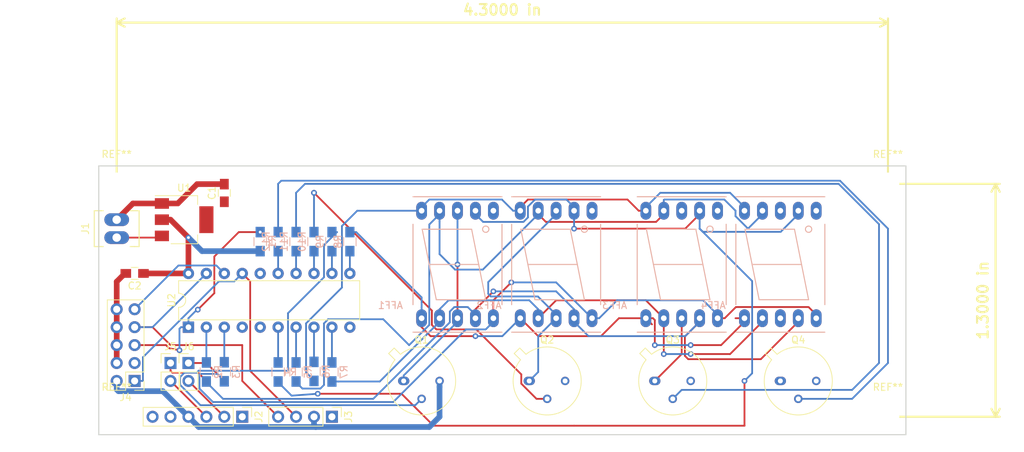
<source format=kicad_pcb>
(kicad_pcb (version 20170123) (host pcbnew no-vcs-found-ba37d6f~58~ubuntu16.10.1)

  (general
    (links 84)
    (no_connects 45)
    (area 36.45 40.48 185.800001 104.3525)
    (thickness 1.6)
    (drawings 15)
    (tracks 340)
    (zones 0)
    (modules 34)
    (nets 46)
  )

  (page A4)
  (layers
    (0 F.Cu signal)
    (31 B.Cu signal)
    (32 B.Adhes user)
    (33 F.Adhes user)
    (34 B.Paste user)
    (35 F.Paste user)
    (36 B.SilkS user)
    (37 F.SilkS user)
    (38 B.Mask user)
    (39 F.Mask user)
    (40 Dwgs.User user)
    (41 Cmts.User user)
    (42 Eco1.User user)
    (43 Eco2.User user)
    (44 Edge.Cuts user)
    (45 Margin user)
    (46 B.CrtYd user)
    (47 F.CrtYd user)
    (48 B.Fab user)
    (49 F.Fab user)
  )

  (setup
    (last_trace_width 0.25)
    (trace_clearance 0.2)
    (zone_clearance 0.508)
    (zone_45_only no)
    (trace_min 0.2)
    (segment_width 0.2)
    (edge_width 0.15)
    (via_size 0.8)
    (via_drill 0.4)
    (via_min_size 0.4)
    (via_min_drill 0.3)
    (uvia_size 0.3)
    (uvia_drill 0.1)
    (uvias_allowed no)
    (uvia_min_size 0.2)
    (uvia_min_drill 0.1)
    (pcb_text_width 0.3)
    (pcb_text_size 1.5 1.5)
    (mod_edge_width 0.15)
    (mod_text_size 1 1)
    (mod_text_width 0.15)
    (pad_size 1.524 1.524)
    (pad_drill 0.762)
    (pad_to_mask_clearance 0.2)
    (aux_axis_origin 50.8 63.5)
    (grid_origin 50.8 63.5)
    (visible_elements FFFFFF7F)
    (pcbplotparams
      (layerselection 0x00030_ffffffff)
      (usegerberextensions false)
      (excludeedgelayer true)
      (linewidth 0.100000)
      (plotframeref false)
      (viasonmask false)
      (mode 1)
      (useauxorigin false)
      (hpglpennumber 1)
      (hpglpenspeed 20)
      (hpglpendiameter 15)
      (psnegative false)
      (psa4output false)
      (plotreference true)
      (plotvalue true)
      (plotinvisibletext false)
      (padsonsilk false)
      (subtractmaskfromsilk false)
      (outputformat 1)
      (mirror false)
      (drillshape 0)
      (scaleselection 1)
      (outputdirectory test))
  )

  (net 0 "")
  (net 1 GND)
  (net 2 "Net-(C1-Pad1)")
  (net 3 +3V3)
  (net 4 "Net-(J2-Pad5)")
  (net 5 "Net-(J2-Pad3)")
  (net 6 "Net-(J2-Pad2)")
  (net 7 "Net-(J2-Pad1)")
  (net 8 "Net-(U2-Pad16)")
  (net 9 "Net-(U2-Pad5)")
  (net 10 "Net-(U2-Pad4)")
  (net 11 "Net-(AFF1-Pad5)")
  (net 12 "Net-(AFF1-Pad3)")
  (net 13 "Net-(AFF2-Pad3)")
  (net 14 "Net-(AFF2-Pad5)")
  (net 15 "Net-(AFF3-Pad5)")
  (net 16 "Net-(AFF3-Pad3)")
  (net 17 "Net-(AFF4-Pad3)")
  (net 18 "Net-(AFF4-Pad5)")
  (net 19 "Net-(Q3-Pad2)")
  (net 20 "Net-(Q2-Pad2)")
  (net 21 "Net-(Q1-Pad2)")
  (net 22 "Net-(Q4-Pad2)")
  (net 23 /Disp_4)
  (net 24 /Disp_2)
  (net 25 /Disp_3)
  (net 26 /RST)
  (net 27 "Net-(R2-Pad2)")
  (net 28 /a)
  (net 29 /b)
  (net 30 "Net-(R3-Pad2)")
  (net 31 "Net-(R5-Pad2)")
  (net 32 /d)
  (net 33 /e)
  (net 34 "Net-(R6-Pad2)")
  (net 35 "Net-(R7-Pad2)")
  (net 36 /f)
  (net 37 /Disp_1)
  (net 38 "Net-(R8-Pad2)")
  (net 39 /g)
  (net 40 /c)
  (net 41 "Net-(R4-Pad2)")
  (net 42 /MISO)
  (net 43 /SCK)
  (net 44 "Net-(J4-Pad3)")
  (net 45 /MOSI)

  (net_class Default "This is the default net class."
    (clearance 0.2)
    (trace_width 0.25)
    (via_dia 0.8)
    (via_drill 0.4)
    (uvia_dia 0.3)
    (uvia_drill 0.1)
    (add_net /Disp_1)
    (add_net /Disp_2)
    (add_net /Disp_3)
    (add_net /Disp_4)
    (add_net /MISO)
    (add_net /MOSI)
    (add_net /RST)
    (add_net /SCK)
    (add_net /a)
    (add_net /b)
    (add_net /c)
    (add_net /d)
    (add_net /e)
    (add_net /f)
    (add_net /g)
    (add_net "Net-(AFF1-Pad3)")
    (add_net "Net-(AFF1-Pad5)")
    (add_net "Net-(AFF2-Pad3)")
    (add_net "Net-(AFF2-Pad5)")
    (add_net "Net-(AFF3-Pad3)")
    (add_net "Net-(AFF3-Pad5)")
    (add_net "Net-(AFF4-Pad3)")
    (add_net "Net-(AFF4-Pad5)")
    (add_net "Net-(C1-Pad1)")
    (add_net "Net-(J2-Pad1)")
    (add_net "Net-(J2-Pad2)")
    (add_net "Net-(J2-Pad3)")
    (add_net "Net-(J2-Pad5)")
    (add_net "Net-(J4-Pad3)")
    (add_net "Net-(Q1-Pad2)")
    (add_net "Net-(Q2-Pad2)")
    (add_net "Net-(Q3-Pad2)")
    (add_net "Net-(Q4-Pad2)")
    (add_net "Net-(R2-Pad2)")
    (add_net "Net-(R3-Pad2)")
    (add_net "Net-(R4-Pad2)")
    (add_net "Net-(R5-Pad2)")
    (add_net "Net-(R6-Pad2)")
    (add_net "Net-(R7-Pad2)")
    (add_net "Net-(R8-Pad2)")
    (add_net "Net-(U2-Pad16)")
    (add_net "Net-(U2-Pad4)")
    (add_net "Net-(U2-Pad5)")
  )

  (net_class power ""
    (clearance 0.2)
    (trace_width 0.8)
    (via_dia 0.8)
    (via_drill 0.4)
    (uvia_dia 0.3)
    (uvia_drill 0.1)
    (add_net +3V3)
    (add_net GND)
  )

  (module TO_SOT_Packages_THT:TO-39-3 (layer F.Cu) (tedit 58CE52AE) (tstamp 598A6AAA)
    (at 93.98 93.98)
    (descr TO-39-3)
    (tags TO-39-3)
    (path /5988D82A)
    (fp_text reference Q1 (at 2.54 -5.82) (layer F.SilkS)
      (effects (font (size 1 1) (thickness 0.15)))
    )
    (fp_text value 2N2219 (at 2.54 5.82) (layer F.Fab)
      (effects (font (size 1 1) (thickness 0.15)))
    )
    (fp_arc (start 2.54 0) (end -0.457084 -3.774902) (angle 346.9) (layer F.SilkS) (width 0.12))
    (fp_arc (start 2.54 0) (end -0.465408 -3.61352) (angle 349.5) (layer F.Fab) (width 0.1))
    (fp_circle (center 2.54 0) (end 6.79 0) (layer F.Fab) (width 0.1))
    (fp_line (start 7.49 -4.95) (end -2.41 -4.95) (layer F.CrtYd) (width 0.05))
    (fp_line (start 7.49 4.95) (end 7.49 -4.95) (layer F.CrtYd) (width 0.05))
    (fp_line (start -2.41 4.95) (end 7.49 4.95) (layer F.CrtYd) (width 0.05))
    (fp_line (start -2.41 -4.95) (end -2.41 4.95) (layer F.CrtYd) (width 0.05))
    (fp_line (start -2.125856 -3.888039) (end -1.234902 -2.997084) (layer F.SilkS) (width 0.12))
    (fp_line (start -1.348039 -4.665856) (end -2.125856 -3.888039) (layer F.SilkS) (width 0.12))
    (fp_line (start -0.457084 -3.774902) (end -1.348039 -4.665856) (layer F.SilkS) (width 0.12))
    (fp_line (start -1.879621 -3.81151) (end -1.07352 -3.005408) (layer F.Fab) (width 0.1))
    (fp_line (start -1.27151 -4.419621) (end -1.879621 -3.81151) (layer F.Fab) (width 0.1))
    (fp_line (start -0.465408 -3.61352) (end -1.27151 -4.419621) (layer F.Fab) (width 0.1))
    (fp_text user %R (at 2.54 -5.82) (layer F.Fab)
      (effects (font (size 1 1) (thickness 0.15)))
    )
    (pad 3 thru_hole oval (at 5.08 0) (size 1.2 1.2) (drill 0.7) (layers *.Cu *.Mask)
      (net 3 +3V3))
    (pad 2 thru_hole oval (at 2.54 2.54) (size 1.2 1.2) (drill 0.7) (layers *.Cu *.Mask)
      (net 21 "Net-(Q1-Pad2)"))
    (pad 1 thru_hole oval (at 0 0) (size 1.6 1.2) (drill 0.7) (layers *.Cu *.Mask)
      (net 12 "Net-(AFF1-Pad3)"))
    (model ${KISYS3DMOD}/TO_SOT_Packages_THT.3dshapes/TO-39-3.wrl
      (at (xyz 0 0 0))
      (scale (xyz 0.393701 0.393701 0.393701))
      (rotate (xyz 0 0 0))
    )
  )

  (module Mounting_Holes:MountingHole_3.2mm_M3 (layer F.Cu) (tedit 56D1B4CB) (tstamp 598A788B)
    (at 53.34 66.04)
    (descr "Mounting Hole 3.2mm, no annular, M3")
    (tags "mounting hole 3.2mm no annular m3")
    (fp_text reference REF** (at 0 -4.2) (layer F.SilkS)
      (effects (font (size 1 1) (thickness 0.15)))
    )
    (fp_text value MountingHole_3.2mm_M3 (at 0 4.2) (layer F.Fab)
      (effects (font (size 1 1) (thickness 0.15)))
    )
    (fp_circle (center 0 0) (end 3.2 0) (layer Cmts.User) (width 0.15))
    (fp_circle (center 0 0) (end 3.45 0) (layer F.CrtYd) (width 0.05))
    (pad 1 np_thru_hole circle (at 0 0) (size 3.2 3.2) (drill 3.2) (layers *.Cu *.Mask))
  )

  (module Mounting_Holes:MountingHole_3.2mm_M3 (layer F.Cu) (tedit 56D1B4CB) (tstamp 598A7888)
    (at 53.34 99.06)
    (descr "Mounting Hole 3.2mm, no annular, M3")
    (tags "mounting hole 3.2mm no annular m3")
    (fp_text reference REF** (at 0 -4.2) (layer F.SilkS)
      (effects (font (size 1 1) (thickness 0.15)))
    )
    (fp_text value MountingHole_3.2mm_M3 (at 0 4.2) (layer F.Fab)
      (effects (font (size 1 1) (thickness 0.15)))
    )
    (fp_circle (center 0 0) (end 3.2 0) (layer Cmts.User) (width 0.15))
    (fp_circle (center 0 0) (end 3.45 0) (layer F.CrtYd) (width 0.05))
    (pad 1 np_thru_hole circle (at 0 0) (size 3.2 3.2) (drill 3.2) (layers *.Cu *.Mask))
  )

  (module Mounting_Holes:MountingHole_3.2mm_M3 (layer F.Cu) (tedit 56D1B4CB) (tstamp 598A7885)
    (at 162.56 99.06)
    (descr "Mounting Hole 3.2mm, no annular, M3")
    (tags "mounting hole 3.2mm no annular m3")
    (fp_text reference REF** (at 0 -4.2) (layer F.SilkS)
      (effects (font (size 1 1) (thickness 0.15)))
    )
    (fp_text value MountingHole_3.2mm_M3 (at 0 4.2) (layer F.Fab)
      (effects (font (size 1 1) (thickness 0.15)))
    )
    (fp_circle (center 0 0) (end 3.2 0) (layer Cmts.User) (width 0.15))
    (fp_circle (center 0 0) (end 3.45 0) (layer F.CrtYd) (width 0.05))
    (pad 1 np_thru_hole circle (at 0 0) (size 3.2 3.2) (drill 3.2) (layers *.Cu *.Mask))
  )

  (module Mounting_Holes:MountingHole_3.2mm_M3 (layer F.Cu) (tedit 56D1B4CB) (tstamp 598A7882)
    (at 162.56 66.04)
    (descr "Mounting Hole 3.2mm, no annular, M3")
    (tags "mounting hole 3.2mm no annular m3")
    (fp_text reference REF** (at 0 -4.2) (layer F.SilkS)
      (effects (font (size 1 1) (thickness 0.15)))
    )
    (fp_text value MountingHole_3.2mm_M3 (at 0 4.2) (layer F.Fab)
      (effects (font (size 1 1) (thickness 0.15)))
    )
    (fp_circle (center 0 0) (end 3.2 0) (layer Cmts.User) (width 0.15))
    (fp_circle (center 0 0) (end 3.45 0) (layer F.CrtYd) (width 0.05))
    (pad 1 np_thru_hole circle (at 0 0) (size 3.2 3.2) (drill 3.2) (layers *.Cu *.Mask))
  )

  (module Pin_Headers:Pin_Header_Straight_1x02_Pitch2.54mm (layer F.Cu) (tedit 59650532) (tstamp 598A6EB7)
    (at 60.96 91.44)
    (descr "Through hole straight pin header, 1x02, 2.54mm pitch, single row")
    (tags "Through hole pin header THT 1x02 2.54mm single row")
    (path /5988B709)
    (fp_text reference J5 (at 0 -2.33) (layer F.SilkS)
      (effects (font (size 1 1) (thickness 0.15)))
    )
    (fp_text value CONN_01X02 (at 0 4.87) (layer F.Fab)
      (effects (font (size 1 1) (thickness 0.15)))
    )
    (fp_line (start -0.635 -1.27) (end 1.27 -1.27) (layer F.Fab) (width 0.1))
    (fp_line (start 1.27 -1.27) (end 1.27 3.81) (layer F.Fab) (width 0.1))
    (fp_line (start 1.27 3.81) (end -1.27 3.81) (layer F.Fab) (width 0.1))
    (fp_line (start -1.27 3.81) (end -1.27 -0.635) (layer F.Fab) (width 0.1))
    (fp_line (start -1.27 -0.635) (end -0.635 -1.27) (layer F.Fab) (width 0.1))
    (fp_line (start -1.33 3.87) (end 1.33 3.87) (layer F.SilkS) (width 0.12))
    (fp_line (start -1.33 1.27) (end -1.33 3.87) (layer F.SilkS) (width 0.12))
    (fp_line (start 1.33 1.27) (end 1.33 3.87) (layer F.SilkS) (width 0.12))
    (fp_line (start -1.33 1.27) (end 1.33 1.27) (layer F.SilkS) (width 0.12))
    (fp_line (start -1.33 0) (end -1.33 -1.33) (layer F.SilkS) (width 0.12))
    (fp_line (start -1.33 -1.33) (end 0 -1.33) (layer F.SilkS) (width 0.12))
    (fp_line (start -1.8 -1.8) (end -1.8 4.35) (layer F.CrtYd) (width 0.05))
    (fp_line (start -1.8 4.35) (end 1.8 4.35) (layer F.CrtYd) (width 0.05))
    (fp_line (start 1.8 4.35) (end 1.8 -1.8) (layer F.CrtYd) (width 0.05))
    (fp_line (start 1.8 -1.8) (end -1.8 -1.8) (layer F.CrtYd) (width 0.05))
    (fp_text user %R (at 0 1.27 90) (layer F.Fab)
      (effects (font (size 1 1) (thickness 0.15)))
    )
    (pad 1 thru_hole rect (at 0 0) (size 1.7 1.7) (drill 1) (layers *.Cu *.Mask)
      (net 28 /a))
    (pad 2 thru_hole oval (at 0 2.54) (size 1.7 1.7) (drill 1) (layers *.Cu *.Mask)
      (net 5 "Net-(J2-Pad3)"))
    (model ${KISYS3DMOD}/Pin_Headers.3dshapes/Pin_Header_Straight_1x02_Pitch2.54mm.wrl
      (at (xyz 0 0 0))
      (scale (xyz 1 1 1))
      (rotate (xyz 0 0 0))
    )
  )

  (module Pin_Headers:Pin_Header_Straight_1x02_Pitch2.54mm (layer F.Cu) (tedit 59650532) (tstamp 598A6E77)
    (at 63.5 91.44)
    (descr "Through hole straight pin header, 1x02, 2.54mm pitch, single row")
    (tags "Through hole pin header THT 1x02 2.54mm single row")
    (path /5988B659)
    (fp_text reference J6 (at 0 -2.33) (layer F.SilkS)
      (effects (font (size 1 1) (thickness 0.15)))
    )
    (fp_text value CONN_01X02 (at 0 4.87) (layer F.Fab)
      (effects (font (size 1 1) (thickness 0.15)))
    )
    (fp_text user %R (at 0 1.27 90) (layer F.Fab)
      (effects (font (size 1 1) (thickness 0.15)))
    )
    (fp_line (start 1.8 -1.8) (end -1.8 -1.8) (layer F.CrtYd) (width 0.05))
    (fp_line (start 1.8 4.35) (end 1.8 -1.8) (layer F.CrtYd) (width 0.05))
    (fp_line (start -1.8 4.35) (end 1.8 4.35) (layer F.CrtYd) (width 0.05))
    (fp_line (start -1.8 -1.8) (end -1.8 4.35) (layer F.CrtYd) (width 0.05))
    (fp_line (start -1.33 -1.33) (end 0 -1.33) (layer F.SilkS) (width 0.12))
    (fp_line (start -1.33 0) (end -1.33 -1.33) (layer F.SilkS) (width 0.12))
    (fp_line (start -1.33 1.27) (end 1.33 1.27) (layer F.SilkS) (width 0.12))
    (fp_line (start 1.33 1.27) (end 1.33 3.87) (layer F.SilkS) (width 0.12))
    (fp_line (start -1.33 1.27) (end -1.33 3.87) (layer F.SilkS) (width 0.12))
    (fp_line (start -1.33 3.87) (end 1.33 3.87) (layer F.SilkS) (width 0.12))
    (fp_line (start -1.27 -0.635) (end -0.635 -1.27) (layer F.Fab) (width 0.1))
    (fp_line (start -1.27 3.81) (end -1.27 -0.635) (layer F.Fab) (width 0.1))
    (fp_line (start 1.27 3.81) (end -1.27 3.81) (layer F.Fab) (width 0.1))
    (fp_line (start 1.27 -1.27) (end 1.27 3.81) (layer F.Fab) (width 0.1))
    (fp_line (start -0.635 -1.27) (end 1.27 -1.27) (layer F.Fab) (width 0.1))
    (pad 2 thru_hole oval (at 0 2.54) (size 1.7 1.7) (drill 1) (layers *.Cu *.Mask)
      (net 6 "Net-(J2-Pad2)"))
    (pad 1 thru_hole rect (at 0 0) (size 1.7 1.7) (drill 1) (layers *.Cu *.Mask)
      (net 29 /b))
    (model ${KISYS3DMOD}/Pin_Headers.3dshapes/Pin_Header_Straight_1x02_Pitch2.54mm.wrl
      (at (xyz 0 0 0))
      (scale (xyz 1 1 1))
      (rotate (xyz 0 0 0))
    )
  )

  (module Pin_Headers:Pin_Header_Straight_2x05_Pitch2.54mm (layer F.Cu) (tedit 59650532) (tstamp 598A6DC3)
    (at 55.88 93.98 180)
    (descr "Through hole straight pin header, 2x05, 2.54mm pitch, double rows")
    (tags "Through hole pin header THT 2x05 2.54mm double row")
    (path /598863ED)
    (fp_text reference J4 (at 1.27 -2.33 180) (layer F.SilkS)
      (effects (font (size 1 1) (thickness 0.15)))
    )
    (fp_text value CONN_02X05 (at 1.27 12.49 180) (layer F.Fab)
      (effects (font (size 1 1) (thickness 0.15)))
    )
    (fp_text user %R (at 1.27 5.08 270) (layer F.Fab)
      (effects (font (size 1 1) (thickness 0.15)))
    )
    (fp_line (start 4.35 -1.8) (end -1.8 -1.8) (layer F.CrtYd) (width 0.05))
    (fp_line (start 4.35 11.95) (end 4.35 -1.8) (layer F.CrtYd) (width 0.05))
    (fp_line (start -1.8 11.95) (end 4.35 11.95) (layer F.CrtYd) (width 0.05))
    (fp_line (start -1.8 -1.8) (end -1.8 11.95) (layer F.CrtYd) (width 0.05))
    (fp_line (start -1.33 -1.33) (end 0 -1.33) (layer F.SilkS) (width 0.12))
    (fp_line (start -1.33 0) (end -1.33 -1.33) (layer F.SilkS) (width 0.12))
    (fp_line (start 1.27 -1.33) (end 3.87 -1.33) (layer F.SilkS) (width 0.12))
    (fp_line (start 1.27 1.27) (end 1.27 -1.33) (layer F.SilkS) (width 0.12))
    (fp_line (start -1.33 1.27) (end 1.27 1.27) (layer F.SilkS) (width 0.12))
    (fp_line (start 3.87 -1.33) (end 3.87 11.49) (layer F.SilkS) (width 0.12))
    (fp_line (start -1.33 1.27) (end -1.33 11.49) (layer F.SilkS) (width 0.12))
    (fp_line (start -1.33 11.49) (end 3.87 11.49) (layer F.SilkS) (width 0.12))
    (fp_line (start -1.27 0) (end 0 -1.27) (layer F.Fab) (width 0.1))
    (fp_line (start -1.27 11.43) (end -1.27 0) (layer F.Fab) (width 0.1))
    (fp_line (start 3.81 11.43) (end -1.27 11.43) (layer F.Fab) (width 0.1))
    (fp_line (start 3.81 -1.27) (end 3.81 11.43) (layer F.Fab) (width 0.1))
    (fp_line (start 0 -1.27) (end 3.81 -1.27) (layer F.Fab) (width 0.1))
    (pad 10 thru_hole oval (at 2.54 10.16 180) (size 1.7 1.7) (drill 1) (layers *.Cu *.Mask)
      (net 1 GND))
    (pad 9 thru_hole oval (at 0 10.16 180) (size 1.7 1.7) (drill 1) (layers *.Cu *.Mask)
      (net 42 /MISO))
    (pad 8 thru_hole oval (at 2.54 7.62 180) (size 1.7 1.7) (drill 1) (layers *.Cu *.Mask)
      (net 1 GND))
    (pad 7 thru_hole oval (at 0 7.62 180) (size 1.7 1.7) (drill 1) (layers *.Cu *.Mask)
      (net 43 /SCK))
    (pad 6 thru_hole oval (at 2.54 5.08 180) (size 1.7 1.7) (drill 1) (layers *.Cu *.Mask)
      (net 1 GND))
    (pad 5 thru_hole oval (at 0 5.08 180) (size 1.7 1.7) (drill 1) (layers *.Cu *.Mask)
      (net 26 /RST))
    (pad 4 thru_hole oval (at 2.54 2.54 180) (size 1.7 1.7) (drill 1) (layers *.Cu *.Mask)
      (net 1 GND))
    (pad 3 thru_hole oval (at 0 2.54 180) (size 1.7 1.7) (drill 1) (layers *.Cu *.Mask)
      (net 44 "Net-(J4-Pad3)"))
    (pad 2 thru_hole oval (at 2.54 0 180) (size 1.7 1.7) (drill 1) (layers *.Cu *.Mask)
      (net 3 +3V3))
    (pad 1 thru_hole rect (at 0 0 180) (size 1.7 1.7) (drill 1) (layers *.Cu *.Mask)
      (net 45 /MOSI))
    (model ${KISYS3DMOD}/Pin_Headers.3dshapes/Pin_Header_Straight_2x05_Pitch2.54mm.wrl
      (at (xyz 0 0 0))
      (scale (xyz 1 1 1))
      (rotate (xyz 0 0 0))
    )
  )

  (module Resistors_SMD:R_0805_HandSoldering (layer B.Cu) (tedit 58E0A804) (tstamp 598A6D83)
    (at 76.2 92.71 90)
    (descr "Resistor SMD 0805, hand soldering")
    (tags "resistor 0805")
    (path /59888423)
    (attr smd)
    (fp_text reference R4 (at 0 1.7 180) (layer B.SilkS)
      (effects (font (size 1 1) (thickness 0.15)) (justify mirror))
    )
    (fp_text value R (at 0 -1.75 180) (layer B.Fab)
      (effects (font (size 1 1) (thickness 0.15)) (justify mirror))
    )
    (fp_text user %R (at 0 0 90) (layer B.Fab)
      (effects (font (size 0.5 0.5) (thickness 0.075)) (justify mirror))
    )
    (fp_line (start -1 -0.62) (end -1 0.62) (layer B.Fab) (width 0.1))
    (fp_line (start 1 -0.62) (end -1 -0.62) (layer B.Fab) (width 0.1))
    (fp_line (start 1 0.62) (end 1 -0.62) (layer B.Fab) (width 0.1))
    (fp_line (start -1 0.62) (end 1 0.62) (layer B.Fab) (width 0.1))
    (fp_line (start 0.6 -0.88) (end -0.6 -0.88) (layer B.SilkS) (width 0.12))
    (fp_line (start -0.6 0.88) (end 0.6 0.88) (layer B.SilkS) (width 0.12))
    (fp_line (start -2.35 0.9) (end 2.35 0.9) (layer B.CrtYd) (width 0.05))
    (fp_line (start -2.35 0.9) (end -2.35 -0.9) (layer B.CrtYd) (width 0.05))
    (fp_line (start 2.35 -0.9) (end 2.35 0.9) (layer B.CrtYd) (width 0.05))
    (fp_line (start 2.35 -0.9) (end -2.35 -0.9) (layer B.CrtYd) (width 0.05))
    (pad 1 smd rect (at -1.35 0 90) (size 1.5 1.3) (layers B.Cu B.Paste B.Mask)
      (net 40 /c))
    (pad 2 smd rect (at 1.35 0 90) (size 1.5 1.3) (layers B.Cu B.Paste B.Mask)
      (net 41 "Net-(R4-Pad2)"))
    (model ${KISYS3DMOD}/Resistors_SMD.3dshapes/R_0805.wrl
      (at (xyz 0 0 0))
      (scale (xyz 1 1 1))
      (rotate (xyz 0 0 0))
    )
  )

  (module Resistors_SMD:R_0805_HandSoldering (layer B.Cu) (tedit 58E0A804) (tstamp 598A6D52)
    (at 86.36 74.228408 270)
    (descr "Resistor SMD 0805, hand soldering")
    (tags "resistor 0805")
    (path /598884F5)
    (attr smd)
    (fp_text reference R8 (at 0 1.7 270) (layer B.SilkS)
      (effects (font (size 1 1) (thickness 0.15)) (justify mirror))
    )
    (fp_text value R (at 0 -1.75 270) (layer B.Fab)
      (effects (font (size 1 1) (thickness 0.15)) (justify mirror))
    )
    (fp_line (start 2.35 -0.9) (end -2.35 -0.9) (layer B.CrtYd) (width 0.05))
    (fp_line (start 2.35 -0.9) (end 2.35 0.9) (layer B.CrtYd) (width 0.05))
    (fp_line (start -2.35 0.9) (end -2.35 -0.9) (layer B.CrtYd) (width 0.05))
    (fp_line (start -2.35 0.9) (end 2.35 0.9) (layer B.CrtYd) (width 0.05))
    (fp_line (start -0.6 0.88) (end 0.6 0.88) (layer B.SilkS) (width 0.12))
    (fp_line (start 0.6 -0.88) (end -0.6 -0.88) (layer B.SilkS) (width 0.12))
    (fp_line (start -1 0.62) (end 1 0.62) (layer B.Fab) (width 0.1))
    (fp_line (start 1 0.62) (end 1 -0.62) (layer B.Fab) (width 0.1))
    (fp_line (start 1 -0.62) (end -1 -0.62) (layer B.Fab) (width 0.1))
    (fp_line (start -1 -0.62) (end -1 0.62) (layer B.Fab) (width 0.1))
    (fp_text user %R (at 0 0 270) (layer B.Fab)
      (effects (font (size 0.5 0.5) (thickness 0.075)) (justify mirror))
    )
    (pad 2 smd rect (at 1.35 0 270) (size 1.5 1.3) (layers B.Cu B.Paste B.Mask)
      (net 38 "Net-(R8-Pad2)"))
    (pad 1 smd rect (at -1.35 0 270) (size 1.5 1.3) (layers B.Cu B.Paste B.Mask)
      (net 39 /g))
    (model ${KISYS3DMOD}/Resistors_SMD.3dshapes/R_0805.wrl
      (at (xyz 0 0 0))
      (scale (xyz 1 1 1))
      (rotate (xyz 0 0 0))
    )
  )

  (module Resistors_SMD:R_0805_HandSoldering (layer B.Cu) (tedit 58E0A804) (tstamp 598A6D21)
    (at 83.82 74.228408 270)
    (descr "Resistor SMD 0805, hand soldering")
    (tags "resistor 0805")
    (path /5988D9DC)
    (attr smd)
    (fp_text reference R9 (at 0 1.7 270) (layer B.SilkS)
      (effects (font (size 1 1) (thickness 0.15)) (justify mirror))
    )
    (fp_text value 1k (at 0 -1.75 270) (layer B.Fab)
      (effects (font (size 1 1) (thickness 0.15)) (justify mirror))
    )
    (fp_text user %R (at 0 0 270) (layer B.Fab)
      (effects (font (size 0.5 0.5) (thickness 0.075)) (justify mirror))
    )
    (fp_line (start -1 -0.62) (end -1 0.62) (layer B.Fab) (width 0.1))
    (fp_line (start 1 -0.62) (end -1 -0.62) (layer B.Fab) (width 0.1))
    (fp_line (start 1 0.62) (end 1 -0.62) (layer B.Fab) (width 0.1))
    (fp_line (start -1 0.62) (end 1 0.62) (layer B.Fab) (width 0.1))
    (fp_line (start 0.6 -0.88) (end -0.6 -0.88) (layer B.SilkS) (width 0.12))
    (fp_line (start -0.6 0.88) (end 0.6 0.88) (layer B.SilkS) (width 0.12))
    (fp_line (start -2.35 0.9) (end 2.35 0.9) (layer B.CrtYd) (width 0.05))
    (fp_line (start -2.35 0.9) (end -2.35 -0.9) (layer B.CrtYd) (width 0.05))
    (fp_line (start 2.35 -0.9) (end 2.35 0.9) (layer B.CrtYd) (width 0.05))
    (fp_line (start 2.35 -0.9) (end -2.35 -0.9) (layer B.CrtYd) (width 0.05))
    (pad 1 smd rect (at -1.35 0 270) (size 1.5 1.3) (layers B.Cu B.Paste B.Mask)
      (net 21 "Net-(Q1-Pad2)"))
    (pad 2 smd rect (at 1.35 0 270) (size 1.5 1.3) (layers B.Cu B.Paste B.Mask)
      (net 37 /Disp_1))
    (model ${KISYS3DMOD}/Resistors_SMD.3dshapes/R_0805.wrl
      (at (xyz 0 0 0))
      (scale (xyz 1 1 1))
      (rotate (xyz 0 0 0))
    )
  )

  (module Resistors_SMD:R_0805_HandSoldering (layer B.Cu) (tedit 58E0A804) (tstamp 598A6CF0)
    (at 83.82 92.71 90)
    (descr "Resistor SMD 0805, hand soldering")
    (tags "resistor 0805")
    (path /598884BD)
    (attr smd)
    (fp_text reference R7 (at 0 1.7 90) (layer B.SilkS)
      (effects (font (size 1 1) (thickness 0.15)) (justify mirror))
    )
    (fp_text value R (at 0 -1.75 90) (layer B.Fab)
      (effects (font (size 1 1) (thickness 0.15)) (justify mirror))
    )
    (fp_line (start 2.35 -0.9) (end -2.35 -0.9) (layer B.CrtYd) (width 0.05))
    (fp_line (start 2.35 -0.9) (end 2.35 0.9) (layer B.CrtYd) (width 0.05))
    (fp_line (start -2.35 0.9) (end -2.35 -0.9) (layer B.CrtYd) (width 0.05))
    (fp_line (start -2.35 0.9) (end 2.35 0.9) (layer B.CrtYd) (width 0.05))
    (fp_line (start -0.6 0.88) (end 0.6 0.88) (layer B.SilkS) (width 0.12))
    (fp_line (start 0.6 -0.88) (end -0.6 -0.88) (layer B.SilkS) (width 0.12))
    (fp_line (start -1 0.62) (end 1 0.62) (layer B.Fab) (width 0.1))
    (fp_line (start 1 0.62) (end 1 -0.62) (layer B.Fab) (width 0.1))
    (fp_line (start 1 -0.62) (end -1 -0.62) (layer B.Fab) (width 0.1))
    (fp_line (start -1 -0.62) (end -1 0.62) (layer B.Fab) (width 0.1))
    (fp_text user %R (at 0 0 90) (layer B.Fab)
      (effects (font (size 0.5 0.5) (thickness 0.075)) (justify mirror))
    )
    (pad 2 smd rect (at 1.35 0 90) (size 1.5 1.3) (layers B.Cu B.Paste B.Mask)
      (net 35 "Net-(R7-Pad2)"))
    (pad 1 smd rect (at -1.35 0 90) (size 1.5 1.3) (layers B.Cu B.Paste B.Mask)
      (net 36 /f))
    (model ${KISYS3DMOD}/Resistors_SMD.3dshapes/R_0805.wrl
      (at (xyz 0 0 0))
      (scale (xyz 1 1 1))
      (rotate (xyz 0 0 0))
    )
  )

  (module Resistors_SMD:R_0805_HandSoldering (layer B.Cu) (tedit 58E0A804) (tstamp 598A6CBF)
    (at 81.28 92.63 90)
    (descr "Resistor SMD 0805, hand soldering")
    (tags "resistor 0805")
    (path /59888485)
    (attr smd)
    (fp_text reference R6 (at 0 1.7 90) (layer B.SilkS)
      (effects (font (size 1 1) (thickness 0.15)) (justify mirror))
    )
    (fp_text value R (at 0 -1.75 90) (layer B.Fab)
      (effects (font (size 1 1) (thickness 0.15)) (justify mirror))
    )
    (fp_text user %R (at 0 0 90) (layer B.Fab)
      (effects (font (size 0.5 0.5) (thickness 0.075)) (justify mirror))
    )
    (fp_line (start -1 -0.62) (end -1 0.62) (layer B.Fab) (width 0.1))
    (fp_line (start 1 -0.62) (end -1 -0.62) (layer B.Fab) (width 0.1))
    (fp_line (start 1 0.62) (end 1 -0.62) (layer B.Fab) (width 0.1))
    (fp_line (start -1 0.62) (end 1 0.62) (layer B.Fab) (width 0.1))
    (fp_line (start 0.6 -0.88) (end -0.6 -0.88) (layer B.SilkS) (width 0.12))
    (fp_line (start -0.6 0.88) (end 0.6 0.88) (layer B.SilkS) (width 0.12))
    (fp_line (start -2.35 0.9) (end 2.35 0.9) (layer B.CrtYd) (width 0.05))
    (fp_line (start -2.35 0.9) (end -2.35 -0.9) (layer B.CrtYd) (width 0.05))
    (fp_line (start 2.35 -0.9) (end 2.35 0.9) (layer B.CrtYd) (width 0.05))
    (fp_line (start 2.35 -0.9) (end -2.35 -0.9) (layer B.CrtYd) (width 0.05))
    (pad 1 smd rect (at -1.35 0 90) (size 1.5 1.3) (layers B.Cu B.Paste B.Mask)
      (net 33 /e))
    (pad 2 smd rect (at 1.35 0 90) (size 1.5 1.3) (layers B.Cu B.Paste B.Mask)
      (net 34 "Net-(R6-Pad2)"))
    (model ${KISYS3DMOD}/Resistors_SMD.3dshapes/R_0805.wrl
      (at (xyz 0 0 0))
      (scale (xyz 1 1 1))
      (rotate (xyz 0 0 0))
    )
  )

  (module Resistors_SMD:R_0805_HandSoldering (layer B.Cu) (tedit 58E0A804) (tstamp 598A6C8E)
    (at 78.74 92.71 90)
    (descr "Resistor SMD 0805, hand soldering")
    (tags "resistor 0805")
    (path /59888453)
    (attr smd)
    (fp_text reference R5 (at 0 1.7 90) (layer B.SilkS)
      (effects (font (size 1 1) (thickness 0.15)) (justify mirror))
    )
    (fp_text value R (at 0 -1.75 90) (layer B.Fab)
      (effects (font (size 1 1) (thickness 0.15)) (justify mirror))
    )
    (fp_line (start 2.35 -0.9) (end -2.35 -0.9) (layer B.CrtYd) (width 0.05))
    (fp_line (start 2.35 -0.9) (end 2.35 0.9) (layer B.CrtYd) (width 0.05))
    (fp_line (start -2.35 0.9) (end -2.35 -0.9) (layer B.CrtYd) (width 0.05))
    (fp_line (start -2.35 0.9) (end 2.35 0.9) (layer B.CrtYd) (width 0.05))
    (fp_line (start -0.6 0.88) (end 0.6 0.88) (layer B.SilkS) (width 0.12))
    (fp_line (start 0.6 -0.88) (end -0.6 -0.88) (layer B.SilkS) (width 0.12))
    (fp_line (start -1 0.62) (end 1 0.62) (layer B.Fab) (width 0.1))
    (fp_line (start 1 0.62) (end 1 -0.62) (layer B.Fab) (width 0.1))
    (fp_line (start 1 -0.62) (end -1 -0.62) (layer B.Fab) (width 0.1))
    (fp_line (start -1 -0.62) (end -1 0.62) (layer B.Fab) (width 0.1))
    (fp_text user %R (at 0 0 90) (layer B.Fab)
      (effects (font (size 0.5 0.5) (thickness 0.075)) (justify mirror))
    )
    (pad 2 smd rect (at 1.35 0 90) (size 1.5 1.3) (layers B.Cu B.Paste B.Mask)
      (net 31 "Net-(R5-Pad2)"))
    (pad 1 smd rect (at -1.35 0 90) (size 1.5 1.3) (layers B.Cu B.Paste B.Mask)
      (net 32 /d))
    (model ${KISYS3DMOD}/Resistors_SMD.3dshapes/R_0805.wrl
      (at (xyz 0 0 0))
      (scale (xyz 1 1 1))
      (rotate (xyz 0 0 0))
    )
  )

  (module Resistors_SMD:R_0805_HandSoldering (layer B.Cu) (tedit 58E0A804) (tstamp 598A6C5D)
    (at 68.58 92.679482 90)
    (descr "Resistor SMD 0805, hand soldering")
    (tags "resistor 0805")
    (path /598883ED)
    (attr smd)
    (fp_text reference R3 (at 0 1.7 90) (layer B.SilkS)
      (effects (font (size 1 1) (thickness 0.15)) (justify mirror))
    )
    (fp_text value R (at 0 -1.75 90) (layer B.Fab)
      (effects (font (size 1 1) (thickness 0.15)) (justify mirror))
    )
    (fp_text user %R (at 0 0 90) (layer B.Fab)
      (effects (font (size 0.5 0.5) (thickness 0.075)) (justify mirror))
    )
    (fp_line (start -1 -0.62) (end -1 0.62) (layer B.Fab) (width 0.1))
    (fp_line (start 1 -0.62) (end -1 -0.62) (layer B.Fab) (width 0.1))
    (fp_line (start 1 0.62) (end 1 -0.62) (layer B.Fab) (width 0.1))
    (fp_line (start -1 0.62) (end 1 0.62) (layer B.Fab) (width 0.1))
    (fp_line (start 0.6 -0.88) (end -0.6 -0.88) (layer B.SilkS) (width 0.12))
    (fp_line (start -0.6 0.88) (end 0.6 0.88) (layer B.SilkS) (width 0.12))
    (fp_line (start -2.35 0.9) (end 2.35 0.9) (layer B.CrtYd) (width 0.05))
    (fp_line (start -2.35 0.9) (end -2.35 -0.9) (layer B.CrtYd) (width 0.05))
    (fp_line (start 2.35 -0.9) (end 2.35 0.9) (layer B.CrtYd) (width 0.05))
    (fp_line (start 2.35 -0.9) (end -2.35 -0.9) (layer B.CrtYd) (width 0.05))
    (pad 1 smd rect (at -1.35 0 90) (size 1.5 1.3) (layers B.Cu B.Paste B.Mask)
      (net 29 /b))
    (pad 2 smd rect (at 1.35 0 90) (size 1.5 1.3) (layers B.Cu B.Paste B.Mask)
      (net 30 "Net-(R3-Pad2)"))
    (model ${KISYS3DMOD}/Resistors_SMD.3dshapes/R_0805.wrl
      (at (xyz 0 0 0))
      (scale (xyz 1 1 1))
      (rotate (xyz 0 0 0))
    )
  )

  (module Resistors_SMD:R_0805_HandSoldering (layer B.Cu) (tedit 58E0A804) (tstamp 598A6C2C)
    (at 66.04 92.71 90)
    (descr "Resistor SMD 0805, hand soldering")
    (tags "resistor 0805")
    (path /598882A4)
    (attr smd)
    (fp_text reference R2 (at 0 1.7 90) (layer B.SilkS)
      (effects (font (size 1 1) (thickness 0.15)) (justify mirror))
    )
    (fp_text value R (at 0 -1.75 90) (layer B.Fab)
      (effects (font (size 1 1) (thickness 0.15)) (justify mirror))
    )
    (fp_line (start 2.35 -0.9) (end -2.35 -0.9) (layer B.CrtYd) (width 0.05))
    (fp_line (start 2.35 -0.9) (end 2.35 0.9) (layer B.CrtYd) (width 0.05))
    (fp_line (start -2.35 0.9) (end -2.35 -0.9) (layer B.CrtYd) (width 0.05))
    (fp_line (start -2.35 0.9) (end 2.35 0.9) (layer B.CrtYd) (width 0.05))
    (fp_line (start -0.6 0.88) (end 0.6 0.88) (layer B.SilkS) (width 0.12))
    (fp_line (start 0.6 -0.88) (end -0.6 -0.88) (layer B.SilkS) (width 0.12))
    (fp_line (start -1 0.62) (end 1 0.62) (layer B.Fab) (width 0.1))
    (fp_line (start 1 0.62) (end 1 -0.62) (layer B.Fab) (width 0.1))
    (fp_line (start 1 -0.62) (end -1 -0.62) (layer B.Fab) (width 0.1))
    (fp_line (start -1 -0.62) (end -1 0.62) (layer B.Fab) (width 0.1))
    (fp_text user %R (at 0 0 90) (layer B.Fab)
      (effects (font (size 0.5 0.5) (thickness 0.075)) (justify mirror))
    )
    (pad 2 smd rect (at 1.35 0 90) (size 1.5 1.3) (layers B.Cu B.Paste B.Mask)
      (net 27 "Net-(R2-Pad2)"))
    (pad 1 smd rect (at -1.35 0 90) (size 1.5 1.3) (layers B.Cu B.Paste B.Mask)
      (net 28 /a))
    (model ${KISYS3DMOD}/Resistors_SMD.3dshapes/R_0805.wrl
      (at (xyz 0 0 0))
      (scale (xyz 1 1 1))
      (rotate (xyz 0 0 0))
    )
  )

  (module Resistors_SMD:R_0805_HandSoldering (layer B.Cu) (tedit 58E0A804) (tstamp 598A6BFB)
    (at 73.66 74.228408 90)
    (descr "Resistor SMD 0805, hand soldering")
    (tags "resistor 0805")
    (path /59886A13)
    (attr smd)
    (fp_text reference R1 (at 0 1.7 90) (layer B.SilkS)
      (effects (font (size 1 1) (thickness 0.15)) (justify mirror))
    )
    (fp_text value 10k (at 0 -1.75 90) (layer B.Fab)
      (effects (font (size 1 1) (thickness 0.15)) (justify mirror))
    )
    (fp_text user %R (at 0 0 90) (layer B.Fab)
      (effects (font (size 0.5 0.5) (thickness 0.075)) (justify mirror))
    )
    (fp_line (start -1 -0.62) (end -1 0.62) (layer B.Fab) (width 0.1))
    (fp_line (start 1 -0.62) (end -1 -0.62) (layer B.Fab) (width 0.1))
    (fp_line (start 1 0.62) (end 1 -0.62) (layer B.Fab) (width 0.1))
    (fp_line (start -1 0.62) (end 1 0.62) (layer B.Fab) (width 0.1))
    (fp_line (start 0.6 -0.88) (end -0.6 -0.88) (layer B.SilkS) (width 0.12))
    (fp_line (start -0.6 0.88) (end 0.6 0.88) (layer B.SilkS) (width 0.12))
    (fp_line (start -2.35 0.9) (end 2.35 0.9) (layer B.CrtYd) (width 0.05))
    (fp_line (start -2.35 0.9) (end -2.35 -0.9) (layer B.CrtYd) (width 0.05))
    (fp_line (start 2.35 -0.9) (end 2.35 0.9) (layer B.CrtYd) (width 0.05))
    (fp_line (start 2.35 -0.9) (end -2.35 -0.9) (layer B.CrtYd) (width 0.05))
    (pad 1 smd rect (at -1.35 0 90) (size 1.5 1.3) (layers B.Cu B.Paste B.Mask)
      (net 3 +3V3))
    (pad 2 smd rect (at 1.35 0 90) (size 1.5 1.3) (layers B.Cu B.Paste B.Mask)
      (net 26 /RST))
    (model ${KISYS3DMOD}/Resistors_SMD.3dshapes/R_0805.wrl
      (at (xyz 0 0 0))
      (scale (xyz 1 1 1))
      (rotate (xyz 0 0 0))
    )
  )

  (module Resistors_SMD:R_0805_HandSoldering (layer B.Cu) (tedit 58E0A804) (tstamp 598A6BCA)
    (at 78.74 74.228408 270)
    (descr "Resistor SMD 0805, hand soldering")
    (tags "resistor 0805")
    (path /5988E17D)
    (attr smd)
    (fp_text reference R11 (at 0 1.7 270) (layer B.SilkS)
      (effects (font (size 1 1) (thickness 0.15)) (justify mirror))
    )
    (fp_text value 1k (at 0 -1.75 270) (layer B.Fab)
      (effects (font (size 1 1) (thickness 0.15)) (justify mirror))
    )
    (fp_line (start 2.35 -0.9) (end -2.35 -0.9) (layer B.CrtYd) (width 0.05))
    (fp_line (start 2.35 -0.9) (end 2.35 0.9) (layer B.CrtYd) (width 0.05))
    (fp_line (start -2.35 0.9) (end -2.35 -0.9) (layer B.CrtYd) (width 0.05))
    (fp_line (start -2.35 0.9) (end 2.35 0.9) (layer B.CrtYd) (width 0.05))
    (fp_line (start -0.6 0.88) (end 0.6 0.88) (layer B.SilkS) (width 0.12))
    (fp_line (start 0.6 -0.88) (end -0.6 -0.88) (layer B.SilkS) (width 0.12))
    (fp_line (start -1 0.62) (end 1 0.62) (layer B.Fab) (width 0.1))
    (fp_line (start 1 0.62) (end 1 -0.62) (layer B.Fab) (width 0.1))
    (fp_line (start 1 -0.62) (end -1 -0.62) (layer B.Fab) (width 0.1))
    (fp_line (start -1 -0.62) (end -1 0.62) (layer B.Fab) (width 0.1))
    (fp_text user %R (at 0 0 270) (layer B.Fab)
      (effects (font (size 0.5 0.5) (thickness 0.075)) (justify mirror))
    )
    (pad 2 smd rect (at 1.35 0 270) (size 1.5 1.3) (layers B.Cu B.Paste B.Mask)
      (net 25 /Disp_3))
    (pad 1 smd rect (at -1.35 0 270) (size 1.5 1.3) (layers B.Cu B.Paste B.Mask)
      (net 19 "Net-(Q3-Pad2)"))
    (model ${KISYS3DMOD}/Resistors_SMD.3dshapes/R_0805.wrl
      (at (xyz 0 0 0))
      (scale (xyz 1 1 1))
      (rotate (xyz 0 0 0))
    )
  )

  (module Resistors_SMD:R_0805_HandSoldering (layer B.Cu) (tedit 58E0A804) (tstamp 598A6B99)
    (at 81.28 74.228408 270)
    (descr "Resistor SMD 0805, hand soldering")
    (tags "resistor 0805")
    (path /5988DCB2)
    (attr smd)
    (fp_text reference R10 (at 0 1.7 270) (layer B.SilkS)
      (effects (font (size 1 1) (thickness 0.15)) (justify mirror))
    )
    (fp_text value 1k (at 0 -1.75 270) (layer B.Fab)
      (effects (font (size 1 1) (thickness 0.15)) (justify mirror))
    )
    (fp_text user %R (at 0 0 270) (layer B.Fab)
      (effects (font (size 0.5 0.5) (thickness 0.075)) (justify mirror))
    )
    (fp_line (start -1 -0.62) (end -1 0.62) (layer B.Fab) (width 0.1))
    (fp_line (start 1 -0.62) (end -1 -0.62) (layer B.Fab) (width 0.1))
    (fp_line (start 1 0.62) (end 1 -0.62) (layer B.Fab) (width 0.1))
    (fp_line (start -1 0.62) (end 1 0.62) (layer B.Fab) (width 0.1))
    (fp_line (start 0.6 -0.88) (end -0.6 -0.88) (layer B.SilkS) (width 0.12))
    (fp_line (start -0.6 0.88) (end 0.6 0.88) (layer B.SilkS) (width 0.12))
    (fp_line (start -2.35 0.9) (end 2.35 0.9) (layer B.CrtYd) (width 0.05))
    (fp_line (start -2.35 0.9) (end -2.35 -0.9) (layer B.CrtYd) (width 0.05))
    (fp_line (start 2.35 -0.9) (end 2.35 0.9) (layer B.CrtYd) (width 0.05))
    (fp_line (start 2.35 -0.9) (end -2.35 -0.9) (layer B.CrtYd) (width 0.05))
    (pad 1 smd rect (at -1.35 0 270) (size 1.5 1.3) (layers B.Cu B.Paste B.Mask)
      (net 20 "Net-(Q2-Pad2)"))
    (pad 2 smd rect (at 1.35 0 270) (size 1.5 1.3) (layers B.Cu B.Paste B.Mask)
      (net 24 /Disp_2))
    (model ${KISYS3DMOD}/Resistors_SMD.3dshapes/R_0805.wrl
      (at (xyz 0 0 0))
      (scale (xyz 1 1 1))
      (rotate (xyz 0 0 0))
    )
  )

  (module Resistors_SMD:R_0805_HandSoldering (layer B.Cu) (tedit 58E0A804) (tstamp 598A6B68)
    (at 76.2 74.228408 270)
    (descr "Resistor SMD 0805, hand soldering")
    (tags "resistor 0805")
    (path /5988E2D5)
    (attr smd)
    (fp_text reference R12 (at 0 1.7 270) (layer B.SilkS)
      (effects (font (size 1 1) (thickness 0.15)) (justify mirror))
    )
    (fp_text value 1k (at 0 -1.75 270) (layer B.Fab)
      (effects (font (size 1 1) (thickness 0.15)) (justify mirror))
    )
    (fp_line (start 2.35 -0.9) (end -2.35 -0.9) (layer B.CrtYd) (width 0.05))
    (fp_line (start 2.35 -0.9) (end 2.35 0.9) (layer B.CrtYd) (width 0.05))
    (fp_line (start -2.35 0.9) (end -2.35 -0.9) (layer B.CrtYd) (width 0.05))
    (fp_line (start -2.35 0.9) (end 2.35 0.9) (layer B.CrtYd) (width 0.05))
    (fp_line (start -0.6 0.88) (end 0.6 0.88) (layer B.SilkS) (width 0.12))
    (fp_line (start 0.6 -0.88) (end -0.6 -0.88) (layer B.SilkS) (width 0.12))
    (fp_line (start -1 0.62) (end 1 0.62) (layer B.Fab) (width 0.1))
    (fp_line (start 1 0.62) (end 1 -0.62) (layer B.Fab) (width 0.1))
    (fp_line (start 1 -0.62) (end -1 -0.62) (layer B.Fab) (width 0.1))
    (fp_line (start -1 -0.62) (end -1 0.62) (layer B.Fab) (width 0.1))
    (fp_text user %R (at 0 0 270) (layer B.Fab)
      (effects (font (size 0.5 0.5) (thickness 0.075)) (justify mirror))
    )
    (pad 2 smd rect (at 1.35 0 270) (size 1.5 1.3) (layers B.Cu B.Paste B.Mask)
      (net 23 /Disp_4))
    (pad 1 smd rect (at -1.35 0 270) (size 1.5 1.3) (layers B.Cu B.Paste B.Mask)
      (net 22 "Net-(Q4-Pad2)"))
    (model ${KISYS3DMOD}/Resistors_SMD.3dshapes/R_0805.wrl
      (at (xyz 0 0 0))
      (scale (xyz 1 1 1))
      (rotate (xyz 0 0 0))
    )
  )

  (module TO_SOT_Packages_THT:TO-39-3 (layer F.Cu) (tedit 58CE52AE) (tstamp 598A6AE7)
    (at 147.32 93.98)
    (descr TO-39-3)
    (tags TO-39-3)
    (path /5988E2CF)
    (fp_text reference Q4 (at 2.54 -5.82) (layer F.SilkS)
      (effects (font (size 1 1) (thickness 0.15)))
    )
    (fp_text value 2N2219 (at 2.54 5.82) (layer F.Fab)
      (effects (font (size 1 1) (thickness 0.15)))
    )
    (fp_text user %R (at 2.54 -5.82) (layer F.Fab)
      (effects (font (size 1 1) (thickness 0.15)))
    )
    (fp_line (start -0.465408 -3.61352) (end -1.27151 -4.419621) (layer F.Fab) (width 0.1))
    (fp_line (start -1.27151 -4.419621) (end -1.879621 -3.81151) (layer F.Fab) (width 0.1))
    (fp_line (start -1.879621 -3.81151) (end -1.07352 -3.005408) (layer F.Fab) (width 0.1))
    (fp_line (start -0.457084 -3.774902) (end -1.348039 -4.665856) (layer F.SilkS) (width 0.12))
    (fp_line (start -1.348039 -4.665856) (end -2.125856 -3.888039) (layer F.SilkS) (width 0.12))
    (fp_line (start -2.125856 -3.888039) (end -1.234902 -2.997084) (layer F.SilkS) (width 0.12))
    (fp_line (start -2.41 -4.95) (end -2.41 4.95) (layer F.CrtYd) (width 0.05))
    (fp_line (start -2.41 4.95) (end 7.49 4.95) (layer F.CrtYd) (width 0.05))
    (fp_line (start 7.49 4.95) (end 7.49 -4.95) (layer F.CrtYd) (width 0.05))
    (fp_line (start 7.49 -4.95) (end -2.41 -4.95) (layer F.CrtYd) (width 0.05))
    (fp_circle (center 2.54 0) (end 6.79 0) (layer F.Fab) (width 0.1))
    (fp_arc (start 2.54 0) (end -0.465408 -3.61352) (angle 349.5) (layer F.Fab) (width 0.1))
    (fp_arc (start 2.54 0) (end -0.457084 -3.774902) (angle 346.9) (layer F.SilkS) (width 0.12))
    (pad 1 thru_hole oval (at 0 0) (size 1.6 1.2) (drill 0.7) (layers *.Cu *.Mask)
      (net 17 "Net-(AFF4-Pad3)"))
    (pad 2 thru_hole oval (at 2.54 2.54) (size 1.2 1.2) (drill 0.7) (layers *.Cu *.Mask)
      (net 22 "Net-(Q4-Pad2)"))
    (pad 3 thru_hole oval (at 5.08 0) (size 1.2 1.2) (drill 0.7) (layers *.Cu *.Mask)
      (net 3 +3V3))
    (model ${KISYS3DMOD}/TO_SOT_Packages_THT.3dshapes/TO-39-3.wrl
      (at (xyz 0 0 0))
      (scale (xyz 0.393701 0.393701 0.393701))
      (rotate (xyz 0 0 0))
    )
  )

  (module TO_SOT_Packages_THT:TO-39-3 (layer F.Cu) (tedit 58CE52AE) (tstamp 598A6A6D)
    (at 111.76 93.98)
    (descr TO-39-3)
    (tags TO-39-3)
    (path /5988DCAC)
    (fp_text reference Q2 (at 2.54 -5.82) (layer F.SilkS)
      (effects (font (size 1 1) (thickness 0.15)))
    )
    (fp_text value 2N2219 (at 2.54 5.82) (layer F.Fab)
      (effects (font (size 1 1) (thickness 0.15)))
    )
    (fp_text user %R (at 2.54 -5.82) (layer F.Fab)
      (effects (font (size 1 1) (thickness 0.15)))
    )
    (fp_line (start -0.465408 -3.61352) (end -1.27151 -4.419621) (layer F.Fab) (width 0.1))
    (fp_line (start -1.27151 -4.419621) (end -1.879621 -3.81151) (layer F.Fab) (width 0.1))
    (fp_line (start -1.879621 -3.81151) (end -1.07352 -3.005408) (layer F.Fab) (width 0.1))
    (fp_line (start -0.457084 -3.774902) (end -1.348039 -4.665856) (layer F.SilkS) (width 0.12))
    (fp_line (start -1.348039 -4.665856) (end -2.125856 -3.888039) (layer F.SilkS) (width 0.12))
    (fp_line (start -2.125856 -3.888039) (end -1.234902 -2.997084) (layer F.SilkS) (width 0.12))
    (fp_line (start -2.41 -4.95) (end -2.41 4.95) (layer F.CrtYd) (width 0.05))
    (fp_line (start -2.41 4.95) (end 7.49 4.95) (layer F.CrtYd) (width 0.05))
    (fp_line (start 7.49 4.95) (end 7.49 -4.95) (layer F.CrtYd) (width 0.05))
    (fp_line (start 7.49 -4.95) (end -2.41 -4.95) (layer F.CrtYd) (width 0.05))
    (fp_circle (center 2.54 0) (end 6.79 0) (layer F.Fab) (width 0.1))
    (fp_arc (start 2.54 0) (end -0.465408 -3.61352) (angle 349.5) (layer F.Fab) (width 0.1))
    (fp_arc (start 2.54 0) (end -0.457084 -3.774902) (angle 346.9) (layer F.SilkS) (width 0.12))
    (pad 1 thru_hole oval (at 0 0) (size 1.6 1.2) (drill 0.7) (layers *.Cu *.Mask)
      (net 13 "Net-(AFF2-Pad3)"))
    (pad 2 thru_hole oval (at 2.54 2.54) (size 1.2 1.2) (drill 0.7) (layers *.Cu *.Mask)
      (net 20 "Net-(Q2-Pad2)"))
    (pad 3 thru_hole oval (at 5.08 0) (size 1.2 1.2) (drill 0.7) (layers *.Cu *.Mask)
      (net 3 +3V3))
    (model ${KISYS3DMOD}/TO_SOT_Packages_THT.3dshapes/TO-39-3.wrl
      (at (xyz 0 0 0))
      (scale (xyz 0.393701 0.393701 0.393701))
      (rotate (xyz 0 0 0))
    )
  )

  (module TO_SOT_Packages_THT:TO-39-3 (layer F.Cu) (tedit 58CE52AE) (tstamp 598A6A30)
    (at 129.54 93.98)
    (descr TO-39-3)
    (tags TO-39-3)
    (path /5988E177)
    (fp_text reference Q3 (at 2.54 -5.82) (layer F.SilkS)
      (effects (font (size 1 1) (thickness 0.15)))
    )
    (fp_text value 2N2219 (at 2.54 5.82) (layer F.Fab)
      (effects (font (size 1 1) (thickness 0.15)))
    )
    (fp_arc (start 2.54 0) (end -0.457084 -3.774902) (angle 346.9) (layer F.SilkS) (width 0.12))
    (fp_arc (start 2.54 0) (end -0.465408 -3.61352) (angle 349.5) (layer F.Fab) (width 0.1))
    (fp_circle (center 2.54 0) (end 6.79 0) (layer F.Fab) (width 0.1))
    (fp_line (start 7.49 -4.95) (end -2.41 -4.95) (layer F.CrtYd) (width 0.05))
    (fp_line (start 7.49 4.95) (end 7.49 -4.95) (layer F.CrtYd) (width 0.05))
    (fp_line (start -2.41 4.95) (end 7.49 4.95) (layer F.CrtYd) (width 0.05))
    (fp_line (start -2.41 -4.95) (end -2.41 4.95) (layer F.CrtYd) (width 0.05))
    (fp_line (start -2.125856 -3.888039) (end -1.234902 -2.997084) (layer F.SilkS) (width 0.12))
    (fp_line (start -1.348039 -4.665856) (end -2.125856 -3.888039) (layer F.SilkS) (width 0.12))
    (fp_line (start -0.457084 -3.774902) (end -1.348039 -4.665856) (layer F.SilkS) (width 0.12))
    (fp_line (start -1.879621 -3.81151) (end -1.07352 -3.005408) (layer F.Fab) (width 0.1))
    (fp_line (start -1.27151 -4.419621) (end -1.879621 -3.81151) (layer F.Fab) (width 0.1))
    (fp_line (start -0.465408 -3.61352) (end -1.27151 -4.419621) (layer F.Fab) (width 0.1))
    (fp_text user %R (at 2.54 -5.82) (layer F.Fab)
      (effects (font (size 1 1) (thickness 0.15)))
    )
    (pad 3 thru_hole oval (at 5.08 0) (size 1.2 1.2) (drill 0.7) (layers *.Cu *.Mask)
      (net 3 +3V3))
    (pad 2 thru_hole oval (at 2.54 2.54) (size 1.2 1.2) (drill 0.7) (layers *.Cu *.Mask)
      (net 19 "Net-(Q3-Pad2)"))
    (pad 1 thru_hole oval (at 0 0) (size 1.6 1.2) (drill 0.7) (layers *.Cu *.Mask)
      (net 16 "Net-(AFF3-Pad3)"))
    (model ${KISYS3DMOD}/TO_SOT_Packages_THT.3dshapes/TO-39-3.wrl
      (at (xyz 0 0 0))
      (scale (xyz 0.393701 0.393701 0.393701))
      (rotate (xyz 0 0 0))
    )
  )

  (module Capacitors_SMD:C_0805_HandSoldering (layer F.Cu) (tedit 598855B9) (tstamp 5988FC96)
    (at 55.88 78.74 180)
    (descr "Capacitor SMD 0805, hand soldering")
    (tags "capacitor 0805")
    (path /5987A8FA)
    (attr smd)
    (fp_text reference C2 (at 0 -1.75 180) (layer F.SilkS)
      (effects (font (size 1 1) (thickness 0.15)))
    )
    (fp_text value 10u (at 0 1.75 270) (layer F.Fab)
      (effects (font (size 1 1) (thickness 0.15)))
    )
    (fp_text user %R (at 0 -1.75 180) (layer F.Fab)
      (effects (font (size 1 1) (thickness 0.15)))
    )
    (fp_line (start -1 0.62) (end -1 -0.62) (layer F.Fab) (width 0.1))
    (fp_line (start 1 0.62) (end -1 0.62) (layer F.Fab) (width 0.1))
    (fp_line (start 1 -0.62) (end 1 0.62) (layer F.Fab) (width 0.1))
    (fp_line (start -1 -0.62) (end 1 -0.62) (layer F.Fab) (width 0.1))
    (fp_line (start 0.5 -0.85) (end -0.5 -0.85) (layer F.SilkS) (width 0.12))
    (fp_line (start -0.5 0.85) (end 0.5 0.85) (layer F.SilkS) (width 0.12))
    (fp_line (start -2.25 -0.88) (end 2.25 -0.88) (layer F.CrtYd) (width 0.05))
    (fp_line (start -2.25 -0.88) (end -2.25 0.87) (layer F.CrtYd) (width 0.05))
    (fp_line (start 2.25 0.87) (end 2.25 -0.88) (layer F.CrtYd) (width 0.05))
    (fp_line (start 2.25 0.87) (end -2.25 0.87) (layer F.CrtYd) (width 0.05))
    (pad 1 smd rect (at -1.25 0 180) (size 1.5 1.25) (layers F.Cu F.Paste F.Mask)
      (net 3 +3V3))
    (pad 2 smd rect (at 1.25 0 180) (size 1.5 1.25) (layers F.Cu F.Paste F.Mask)
      (net 1 GND))
    (model Capacitors_SMD.3dshapes/C_0805.wrl
      (at (xyz 0 0 0))
      (scale (xyz 1 1 1))
      (rotate (xyz 0 0 0))
    )
  )

  (module Capacitors_SMD:C_0805_HandSoldering (layer F.Cu) (tedit 58AA84A8) (tstamp 5988FC65)
    (at 68.58 67.33 90)
    (descr "Capacitor SMD 0805, hand soldering")
    (tags "capacitor 0805")
    (path /5987A8B1)
    (attr smd)
    (fp_text reference C1 (at 0 -1.75 90) (layer F.SilkS)
      (effects (font (size 1 1) (thickness 0.15)))
    )
    (fp_text value 100n (at 0 1.75 90) (layer F.Fab)
      (effects (font (size 1 1) (thickness 0.15)))
    )
    (fp_line (start 2.25 0.87) (end -2.25 0.87) (layer F.CrtYd) (width 0.05))
    (fp_line (start 2.25 0.87) (end 2.25 -0.88) (layer F.CrtYd) (width 0.05))
    (fp_line (start -2.25 -0.88) (end -2.25 0.87) (layer F.CrtYd) (width 0.05))
    (fp_line (start -2.25 -0.88) (end 2.25 -0.88) (layer F.CrtYd) (width 0.05))
    (fp_line (start -0.5 0.85) (end 0.5 0.85) (layer F.SilkS) (width 0.12))
    (fp_line (start 0.5 -0.85) (end -0.5 -0.85) (layer F.SilkS) (width 0.12))
    (fp_line (start -1 -0.62) (end 1 -0.62) (layer F.Fab) (width 0.1))
    (fp_line (start 1 -0.62) (end 1 0.62) (layer F.Fab) (width 0.1))
    (fp_line (start 1 0.62) (end -1 0.62) (layer F.Fab) (width 0.1))
    (fp_line (start -1 0.62) (end -1 -0.62) (layer F.Fab) (width 0.1))
    (fp_text user %R (at 0 -1.75 90) (layer F.Fab)
      (effects (font (size 1 1) (thickness 0.15)))
    )
    (pad 2 smd rect (at 1.25 0 90) (size 1.5 1.25) (layers F.Cu F.Paste F.Mask)
      (net 1 GND))
    (pad 1 smd rect (at -1.25 0 90) (size 1.5 1.25) (layers F.Cu F.Paste F.Mask)
      (net 2 "Net-(C1-Pad1)"))
    (model Capacitors_SMD.3dshapes/C_0805.wrl
      (at (xyz 0 0 0))
      (scale (xyz 1 1 1))
      (rotate (xyz 0 0 0))
    )
  )

  (module Displays_7-Segment:7SegmentLED_LTS6760_LTS6780 (layer B.Cu) (tedit 0) (tstamp 5988FC22)
    (at 147.32 77.47)
    (path /598790DB)
    (fp_text reference AFF4 (at -9.5 5.8) (layer B.SilkS)
      (effects (font (size 1 1) (thickness 0.15)) (justify mirror))
    )
    (fp_text value LTS-6960HR (at -0.4 -12) (layer B.Fab)
      (effects (font (size 1 1) (thickness 0.15)) (justify mirror))
    )
    (fp_circle (center 4 -5) (end 4.4 -5.2) (layer B.SilkS) (width 0.15))
    (fp_line (start -3 5) (end -4 0) (layer B.SilkS) (width 0.15))
    (fp_line (start -4 0) (end -5 -5) (layer B.SilkS) (width 0.15))
    (fp_line (start -5 -5) (end 2 -5) (layer B.SilkS) (width 0.15))
    (fp_line (start 2 -5) (end 3 0) (layer B.SilkS) (width 0.15))
    (fp_line (start 4 5) (end 3 0) (layer B.SilkS) (width 0.15))
    (fp_line (start 3 0) (end -4 0) (layer B.SilkS) (width 0.15))
    (fp_line (start -3 5) (end 4 5) (layer B.SilkS) (width 0.15))
    (fp_line (start 6.3 -9.6) (end -6.3 -9.6) (layer B.SilkS) (width 0.15))
    (fp_line (start -6.3 5.7) (end -6.3 -5.7) (layer B.SilkS) (width 0.15))
    (fp_line (start 6.3 5.7) (end 6.3 -5.7) (layer B.SilkS) (width 0.15))
    (fp_line (start -6.3 9.6) (end 6.3 9.6) (layer B.SilkS) (width 0.15))
    (pad 1 thru_hole oval (at -5.08 -7.62) (size 1.524 2.524) (drill 0.8) (layers *.Cu *.Mask)
      (net 33 /e))
    (pad 2 thru_hole oval (at -2.54 -7.62) (size 1.524 2.524) (drill 0.8) (layers *.Cu *.Mask)
      (net 32 /d))
    (pad 3 thru_hole oval (at 0 -7.62) (size 1.524 2.524) (drill 0.8) (layers *.Cu *.Mask)
      (net 17 "Net-(AFF4-Pad3)"))
    (pad 4 thru_hole oval (at 2.54 -7.62) (size 1.524 2.524) (drill 0.8) (layers *.Cu *.Mask)
      (net 40 /c))
    (pad 5 thru_hole oval (at 5.08 -7.62) (size 1.524 2.524) (drill 0.8) (layers *.Cu *.Mask)
      (net 18 "Net-(AFF4-Pad5)"))
    (pad 6 thru_hole oval (at 5.08 7.62) (size 1.524 2.524) (drill 0.8) (layers *.Cu *.Mask)
      (net 29 /b))
    (pad 7 thru_hole oval (at 2.54 7.62) (size 1.524 2.524) (drill 0.8) (layers *.Cu *.Mask)
      (net 28 /a))
    (pad 8 thru_hole oval (at 0 7.62) (size 1.524 2.524) (drill 0.8) (layers *.Cu *.Mask)
      (net 17 "Net-(AFF4-Pad3)"))
    (pad 9 thru_hole oval (at -2.54 7.62) (size 1.524 2.524) (drill 0.8) (layers *.Cu *.Mask)
      (net 36 /f))
    (pad 10 thru_hole oval (at -5.08 7.62) (size 1.524 2.524) (drill 0.8) (layers *.Cu *.Mask)
      (net 39 /g))
    (model Displays_7-Segment.3dshapes/7SegmentLED_LTS6760_LTS6780.wrl
      (at (xyz 0 0 0))
      (scale (xyz 0.3937 0.3937 0.3937))
      (rotate (xyz 0 0 0))
    )
  )

  (module Displays_7-Segment:7SegmentLED_LTS6760_LTS6780 (layer B.Cu) (tedit 0) (tstamp 5988FBD6)
    (at 133.35 77.47)
    (path /59879062)
    (fp_text reference AFF3 (at -9.5 5.8) (layer B.SilkS)
      (effects (font (size 1 1) (thickness 0.15)) (justify mirror))
    )
    (fp_text value LTS-6960HR (at -0.4 -12) (layer B.Fab)
      (effects (font (size 1 1) (thickness 0.15)) (justify mirror))
    )
    (fp_line (start -6.3 9.6) (end 6.3 9.6) (layer B.SilkS) (width 0.15))
    (fp_line (start 6.3 5.7) (end 6.3 -5.7) (layer B.SilkS) (width 0.15))
    (fp_line (start -6.3 5.7) (end -6.3 -5.7) (layer B.SilkS) (width 0.15))
    (fp_line (start 6.3 -9.6) (end -6.3 -9.6) (layer B.SilkS) (width 0.15))
    (fp_line (start -3 5) (end 4 5) (layer B.SilkS) (width 0.15))
    (fp_line (start 3 0) (end -4 0) (layer B.SilkS) (width 0.15))
    (fp_line (start 4 5) (end 3 0) (layer B.SilkS) (width 0.15))
    (fp_line (start 2 -5) (end 3 0) (layer B.SilkS) (width 0.15))
    (fp_line (start -5 -5) (end 2 -5) (layer B.SilkS) (width 0.15))
    (fp_line (start -4 0) (end -5 -5) (layer B.SilkS) (width 0.15))
    (fp_line (start -3 5) (end -4 0) (layer B.SilkS) (width 0.15))
    (fp_circle (center 4 -5) (end 4.4 -5.2) (layer B.SilkS) (width 0.15))
    (pad 10 thru_hole oval (at -5.08 7.62) (size 1.524 2.524) (drill 0.8) (layers *.Cu *.Mask)
      (net 39 /g))
    (pad 9 thru_hole oval (at -2.54 7.62) (size 1.524 2.524) (drill 0.8) (layers *.Cu *.Mask)
      (net 36 /f))
    (pad 8 thru_hole oval (at 0 7.62) (size 1.524 2.524) (drill 0.8) (layers *.Cu *.Mask)
      (net 16 "Net-(AFF3-Pad3)"))
    (pad 7 thru_hole oval (at 2.54 7.62) (size 1.524 2.524) (drill 0.8) (layers *.Cu *.Mask)
      (net 28 /a))
    (pad 6 thru_hole oval (at 5.08 7.62) (size 1.524 2.524) (drill 0.8) (layers *.Cu *.Mask)
      (net 29 /b))
    (pad 5 thru_hole oval (at 5.08 -7.62) (size 1.524 2.524) (drill 0.8) (layers *.Cu *.Mask)
      (net 15 "Net-(AFF3-Pad5)"))
    (pad 4 thru_hole oval (at 2.54 -7.62) (size 1.524 2.524) (drill 0.8) (layers *.Cu *.Mask)
      (net 40 /c))
    (pad 3 thru_hole oval (at 0 -7.62) (size 1.524 2.524) (drill 0.8) (layers *.Cu *.Mask)
      (net 16 "Net-(AFF3-Pad3)"))
    (pad 2 thru_hole oval (at -2.54 -7.62) (size 1.524 2.524) (drill 0.8) (layers *.Cu *.Mask)
      (net 32 /d))
    (pad 1 thru_hole oval (at -5.08 -7.62) (size 1.524 2.524) (drill 0.8) (layers *.Cu *.Mask)
      (net 33 /e))
    (model Displays_7-Segment.3dshapes/7SegmentLED_LTS6760_LTS6780.wrl
      (at (xyz 0 0 0))
      (scale (xyz 0.3937 0.3937 0.3937))
      (rotate (xyz 0 0 0))
    )
  )

  (module Displays_7-Segment:7SegmentLED_LTS6760_LTS6780 (layer B.Cu) (tedit 0) (tstamp 5988FB8A)
    (at 115.57 77.47)
    (path /59878FF8)
    (fp_text reference AFF2 (at -9.5 5.8) (layer B.SilkS)
      (effects (font (size 1 1) (thickness 0.15)) (justify mirror))
    )
    (fp_text value LTS-6960HR (at -0.4 -12) (layer B.Fab)
      (effects (font (size 1 1) (thickness 0.15)) (justify mirror))
    )
    (fp_circle (center 4 -5) (end 4.4 -5.2) (layer B.SilkS) (width 0.15))
    (fp_line (start -3 5) (end -4 0) (layer B.SilkS) (width 0.15))
    (fp_line (start -4 0) (end -5 -5) (layer B.SilkS) (width 0.15))
    (fp_line (start -5 -5) (end 2 -5) (layer B.SilkS) (width 0.15))
    (fp_line (start 2 -5) (end 3 0) (layer B.SilkS) (width 0.15))
    (fp_line (start 4 5) (end 3 0) (layer B.SilkS) (width 0.15))
    (fp_line (start 3 0) (end -4 0) (layer B.SilkS) (width 0.15))
    (fp_line (start -3 5) (end 4 5) (layer B.SilkS) (width 0.15))
    (fp_line (start 6.3 -9.6) (end -6.3 -9.6) (layer B.SilkS) (width 0.15))
    (fp_line (start -6.3 5.7) (end -6.3 -5.7) (layer B.SilkS) (width 0.15))
    (fp_line (start 6.3 5.7) (end 6.3 -5.7) (layer B.SilkS) (width 0.15))
    (fp_line (start -6.3 9.6) (end 6.3 9.6) (layer B.SilkS) (width 0.15))
    (pad 1 thru_hole oval (at -5.08 -7.62) (size 1.524 2.524) (drill 0.8) (layers *.Cu *.Mask)
      (net 33 /e))
    (pad 2 thru_hole oval (at -2.54 -7.62) (size 1.524 2.524) (drill 0.8) (layers *.Cu *.Mask)
      (net 32 /d))
    (pad 3 thru_hole oval (at 0 -7.62) (size 1.524 2.524) (drill 0.8) (layers *.Cu *.Mask)
      (net 13 "Net-(AFF2-Pad3)"))
    (pad 4 thru_hole oval (at 2.54 -7.62) (size 1.524 2.524) (drill 0.8) (layers *.Cu *.Mask)
      (net 40 /c))
    (pad 5 thru_hole oval (at 5.08 -7.62) (size 1.524 2.524) (drill 0.8) (layers *.Cu *.Mask)
      (net 14 "Net-(AFF2-Pad5)"))
    (pad 6 thru_hole oval (at 5.08 7.62) (size 1.524 2.524) (drill 0.8) (layers *.Cu *.Mask)
      (net 29 /b))
    (pad 7 thru_hole oval (at 2.54 7.62) (size 1.524 2.524) (drill 0.8) (layers *.Cu *.Mask)
      (net 28 /a))
    (pad 8 thru_hole oval (at 0 7.62) (size 1.524 2.524) (drill 0.8) (layers *.Cu *.Mask)
      (net 13 "Net-(AFF2-Pad3)"))
    (pad 9 thru_hole oval (at -2.54 7.62) (size 1.524 2.524) (drill 0.8) (layers *.Cu *.Mask)
      (net 36 /f))
    (pad 10 thru_hole oval (at -5.08 7.62) (size 1.524 2.524) (drill 0.8) (layers *.Cu *.Mask)
      (net 39 /g))
    (model Displays_7-Segment.3dshapes/7SegmentLED_LTS6760_LTS6780.wrl
      (at (xyz 0 0 0))
      (scale (xyz 0.3937 0.3937 0.3937))
      (rotate (xyz 0 0 0))
    )
  )

  (module Displays_7-Segment:7SegmentLED_LTS6760_LTS6780 (layer B.Cu) (tedit 0) (tstamp 5988FB3E)
    (at 101.6 77.47)
    (path /59878C20)
    (fp_text reference AFF1 (at -9.5 5.8) (layer B.SilkS)
      (effects (font (size 1 1) (thickness 0.15)) (justify mirror))
    )
    (fp_text value LTS-6960HR (at -0.4 -12) (layer B.Fab)
      (effects (font (size 1 1) (thickness 0.15)) (justify mirror))
    )
    (fp_line (start -6.3 9.6) (end 6.3 9.6) (layer B.SilkS) (width 0.15))
    (fp_line (start 6.3 5.7) (end 6.3 -5.7) (layer B.SilkS) (width 0.15))
    (fp_line (start -6.3 5.7) (end -6.3 -5.7) (layer B.SilkS) (width 0.15))
    (fp_line (start 6.3 -9.6) (end -6.3 -9.6) (layer B.SilkS) (width 0.15))
    (fp_line (start -3 5) (end 4 5) (layer B.SilkS) (width 0.15))
    (fp_line (start 3 0) (end -4 0) (layer B.SilkS) (width 0.15))
    (fp_line (start 4 5) (end 3 0) (layer B.SilkS) (width 0.15))
    (fp_line (start 2 -5) (end 3 0) (layer B.SilkS) (width 0.15))
    (fp_line (start -5 -5) (end 2 -5) (layer B.SilkS) (width 0.15))
    (fp_line (start -4 0) (end -5 -5) (layer B.SilkS) (width 0.15))
    (fp_line (start -3 5) (end -4 0) (layer B.SilkS) (width 0.15))
    (fp_circle (center 4 -5) (end 4.4 -5.2) (layer B.SilkS) (width 0.15))
    (pad 10 thru_hole oval (at -5.08 7.62) (size 1.524 2.524) (drill 0.8) (layers *.Cu *.Mask)
      (net 39 /g))
    (pad 9 thru_hole oval (at -2.54 7.62) (size 1.524 2.524) (drill 0.8) (layers *.Cu *.Mask)
      (net 36 /f))
    (pad 8 thru_hole oval (at 0 7.62) (size 1.524 2.524) (drill 0.8) (layers *.Cu *.Mask)
      (net 12 "Net-(AFF1-Pad3)"))
    (pad 7 thru_hole oval (at 2.54 7.62) (size 1.524 2.524) (drill 0.8) (layers *.Cu *.Mask)
      (net 28 /a))
    (pad 6 thru_hole oval (at 5.08 7.62) (size 1.524 2.524) (drill 0.8) (layers *.Cu *.Mask)
      (net 29 /b))
    (pad 5 thru_hole oval (at 5.08 -7.62) (size 1.524 2.524) (drill 0.8) (layers *.Cu *.Mask)
      (net 11 "Net-(AFF1-Pad5)"))
    (pad 4 thru_hole oval (at 2.54 -7.62) (size 1.524 2.524) (drill 0.8) (layers *.Cu *.Mask)
      (net 40 /c))
    (pad 3 thru_hole oval (at 0 -7.62) (size 1.524 2.524) (drill 0.8) (layers *.Cu *.Mask)
      (net 12 "Net-(AFF1-Pad3)"))
    (pad 2 thru_hole oval (at -2.54 -7.62) (size 1.524 2.524) (drill 0.8) (layers *.Cu *.Mask)
      (net 32 /d))
    (pad 1 thru_hole oval (at -5.08 -7.62) (size 1.524 2.524) (drill 0.8) (layers *.Cu *.Mask)
      (net 33 /e))
    (model Displays_7-Segment.3dshapes/7SegmentLED_LTS6760_LTS6780.wrl
      (at (xyz 0 0 0))
      (scale (xyz 0.3937 0.3937 0.3937))
      (rotate (xyz 0 0 0))
    )
  )

  (module Housings_DIP:DIP-20_W7.62mm (layer F.Cu) (tedit 58CC8E2D) (tstamp 5988FAD6)
    (at 63.5 86.36 90)
    (descr "20-lead dip package, row spacing 7.62 mm (300 mils)")
    (tags "DIL DIP PDIP 2.54mm 7.62mm 300mil")
    (path /598788A7)
    (fp_text reference U2 (at 3.81 -2.39 90) (layer F.SilkS)
      (effects (font (size 1 1) (thickness 0.15)))
    )
    (fp_text value ATTINY2313-20PU (at 3.81 25.25 90) (layer F.Fab)
      (effects (font (size 1 1) (thickness 0.15)))
    )
    (fp_arc (start 3.81 -1.39) (end 2.81 -1.39) (angle -180) (layer F.SilkS) (width 0.12))
    (fp_line (start 8.7 -1.6) (end -1.1 -1.6) (layer F.CrtYd) (width 0.05))
    (fp_line (start 8.7 24.4) (end 8.7 -1.6) (layer F.CrtYd) (width 0.05))
    (fp_line (start -1.1 24.4) (end 8.7 24.4) (layer F.CrtYd) (width 0.05))
    (fp_line (start -1.1 -1.6) (end -1.1 24.4) (layer F.CrtYd) (width 0.05))
    (fp_line (start 6.58 -1.39) (end 4.81 -1.39) (layer F.SilkS) (width 0.12))
    (fp_line (start 6.58 24.25) (end 6.58 -1.39) (layer F.SilkS) (width 0.12))
    (fp_line (start 1.04 24.25) (end 6.58 24.25) (layer F.SilkS) (width 0.12))
    (fp_line (start 1.04 -1.39) (end 1.04 24.25) (layer F.SilkS) (width 0.12))
    (fp_line (start 2.81 -1.39) (end 1.04 -1.39) (layer F.SilkS) (width 0.12))
    (fp_line (start 0.635 -0.27) (end 1.635 -1.27) (layer F.Fab) (width 0.1))
    (fp_line (start 0.635 24.13) (end 0.635 -0.27) (layer F.Fab) (width 0.1))
    (fp_line (start 6.985 24.13) (end 0.635 24.13) (layer F.Fab) (width 0.1))
    (fp_line (start 6.985 -1.27) (end 6.985 24.13) (layer F.Fab) (width 0.1))
    (fp_line (start 1.635 -1.27) (end 6.985 -1.27) (layer F.Fab) (width 0.1))
    (fp_text user %R (at 3.81 11.43 90) (layer F.Fab)
      (effects (font (size 1 1) (thickness 0.15)))
    )
    (pad 20 thru_hole oval (at 7.62 0 90) (size 1.6 1.6) (drill 0.8) (layers *.Cu *.Mask)
      (net 3 +3V3))
    (pad 10 thru_hole oval (at 0 22.86 90) (size 1.6 1.6) (drill 0.8) (layers *.Cu *.Mask)
      (net 1 GND))
    (pad 19 thru_hole oval (at 7.62 2.54 90) (size 1.6 1.6) (drill 0.8) (layers *.Cu *.Mask)
      (net 43 /SCK))
    (pad 9 thru_hole oval (at 0 20.32 90) (size 1.6 1.6) (drill 0.8) (layers *.Cu *.Mask)
      (net 35 "Net-(R7-Pad2)"))
    (pad 18 thru_hole oval (at 7.62 5.08 90) (size 1.6 1.6) (drill 0.8) (layers *.Cu *.Mask)
      (net 42 /MISO))
    (pad 8 thru_hole oval (at 0 17.78 90) (size 1.6 1.6) (drill 0.8) (layers *.Cu *.Mask)
      (net 34 "Net-(R6-Pad2)"))
    (pad 17 thru_hole oval (at 7.62 7.62 90) (size 1.6 1.6) (drill 0.8) (layers *.Cu *.Mask)
      (net 45 /MOSI))
    (pad 7 thru_hole oval (at 0 15.24 90) (size 1.6 1.6) (drill 0.8) (layers *.Cu *.Mask)
      (net 31 "Net-(R5-Pad2)"))
    (pad 16 thru_hole oval (at 7.62 10.16 90) (size 1.6 1.6) (drill 0.8) (layers *.Cu *.Mask)
      (net 8 "Net-(U2-Pad16)"))
    (pad 6 thru_hole oval (at 0 12.7 90) (size 1.6 1.6) (drill 0.8) (layers *.Cu *.Mask)
      (net 41 "Net-(R4-Pad2)"))
    (pad 15 thru_hole oval (at 7.62 12.7 90) (size 1.6 1.6) (drill 0.8) (layers *.Cu *.Mask)
      (net 23 /Disp_4))
    (pad 5 thru_hole oval (at 0 10.16 90) (size 1.6 1.6) (drill 0.8) (layers *.Cu *.Mask)
      (net 9 "Net-(U2-Pad5)"))
    (pad 14 thru_hole oval (at 7.62 15.24 90) (size 1.6 1.6) (drill 0.8) (layers *.Cu *.Mask)
      (net 25 /Disp_3))
    (pad 4 thru_hole oval (at 0 7.62 90) (size 1.6 1.6) (drill 0.8) (layers *.Cu *.Mask)
      (net 10 "Net-(U2-Pad4)"))
    (pad 13 thru_hole oval (at 7.62 17.78 90) (size 1.6 1.6) (drill 0.8) (layers *.Cu *.Mask)
      (net 24 /Disp_2))
    (pad 3 thru_hole oval (at 0 5.08 90) (size 1.6 1.6) (drill 0.8) (layers *.Cu *.Mask)
      (net 30 "Net-(R3-Pad2)"))
    (pad 12 thru_hole oval (at 7.62 20.32 90) (size 1.6 1.6) (drill 0.8) (layers *.Cu *.Mask)
      (net 37 /Disp_1))
    (pad 2 thru_hole oval (at 0 2.54 90) (size 1.6 1.6) (drill 0.8) (layers *.Cu *.Mask)
      (net 27 "Net-(R2-Pad2)"))
    (pad 11 thru_hole oval (at 7.62 22.86 90) (size 1.6 1.6) (drill 0.8) (layers *.Cu *.Mask)
      (net 38 "Net-(R8-Pad2)"))
    (pad 1 thru_hole rect (at 0 0 90) (size 1.6 1.6) (drill 0.8) (layers *.Cu *.Mask)
      (net 26 /RST))
    (model ${KISYS3DMOD}/Housings_DIP.3dshapes/DIP-20_W7.62mm.wrl
      (at (xyz 0 0 0))
      (scale (xyz 1 1 1))
      (rotate (xyz 0 0 0))
    )
  )

  (module Pin_Headers:Pin_Header_Straight_1x04_Pitch2.54mm (layer F.Cu) (tedit 59650532) (tstamp 5988FA80)
    (at 83.82 99.06 270)
    (descr "Through hole straight pin header, 1x04, 2.54mm pitch, single row")
    (tags "Through hole pin header THT 1x04 2.54mm single row")
    (path /598798EC)
    (fp_text reference J3 (at 0 -2.33 270) (layer F.SilkS)
      (effects (font (size 1 1) (thickness 0.15)))
    )
    (fp_text value CONN_01X04 (at 0 9.95 270) (layer F.Fab)
      (effects (font (size 1 1) (thickness 0.15)))
    )
    (fp_text user %R (at 0 3.81) (layer F.Fab)
      (effects (font (size 1 1) (thickness 0.15)))
    )
    (fp_line (start 1.8 -1.8) (end -1.8 -1.8) (layer F.CrtYd) (width 0.05))
    (fp_line (start 1.8 9.4) (end 1.8 -1.8) (layer F.CrtYd) (width 0.05))
    (fp_line (start -1.8 9.4) (end 1.8 9.4) (layer F.CrtYd) (width 0.05))
    (fp_line (start -1.8 -1.8) (end -1.8 9.4) (layer F.CrtYd) (width 0.05))
    (fp_line (start -1.33 -1.33) (end 0 -1.33) (layer F.SilkS) (width 0.12))
    (fp_line (start -1.33 0) (end -1.33 -1.33) (layer F.SilkS) (width 0.12))
    (fp_line (start -1.33 1.27) (end 1.33 1.27) (layer F.SilkS) (width 0.12))
    (fp_line (start 1.33 1.27) (end 1.33 8.95) (layer F.SilkS) (width 0.12))
    (fp_line (start -1.33 1.27) (end -1.33 8.95) (layer F.SilkS) (width 0.12))
    (fp_line (start -1.33 8.95) (end 1.33 8.95) (layer F.SilkS) (width 0.12))
    (fp_line (start -1.27 -0.635) (end -0.635 -1.27) (layer F.Fab) (width 0.1))
    (fp_line (start -1.27 8.89) (end -1.27 -0.635) (layer F.Fab) (width 0.1))
    (fp_line (start 1.27 8.89) (end -1.27 8.89) (layer F.Fab) (width 0.1))
    (fp_line (start 1.27 -1.27) (end 1.27 8.89) (layer F.Fab) (width 0.1))
    (fp_line (start -0.635 -1.27) (end 1.27 -1.27) (layer F.Fab) (width 0.1))
    (pad 4 thru_hole oval (at 0 7.62 270) (size 1.7 1.7) (drill 1) (layers *.Cu *.Mask)
      (net 43 /SCK))
    (pad 3 thru_hole oval (at 0 5.08 270) (size 1.7 1.7) (drill 1) (layers *.Cu *.Mask)
      (net 45 /MOSI))
    (pad 2 thru_hole oval (at 0 2.54 270) (size 1.7 1.7) (drill 1) (layers *.Cu *.Mask)
      (net 3 +3V3))
    (pad 1 thru_hole rect (at 0 0 270) (size 1.7 1.7) (drill 1) (layers *.Cu *.Mask)
      (net 1 GND))
    (model ${KISYS3DMOD}/Pin_Headers.3dshapes/Pin_Header_Straight_1x04_Pitch2.54mm.wrl
      (at (xyz 0 0 0))
      (scale (xyz 1 1 1))
      (rotate (xyz 0 0 0))
    )
  )

  (module Pin_Headers:Pin_Header_Straight_1x06_Pitch2.54mm (layer F.Cu) (tedit 59650532) (tstamp 5988FA36)
    (at 71.12 99.06 270)
    (descr "Through hole straight pin header, 1x06, 2.54mm pitch, single row")
    (tags "Through hole pin header THT 1x06 2.54mm single row")
    (path /5987937F)
    (fp_text reference J2 (at 0 -2.33 270) (layer F.SilkS)
      (effects (font (size 1 1) (thickness 0.15)))
    )
    (fp_text value CONN_01X06 (at 0 15.03 270) (layer F.Fab)
      (effects (font (size 1 1) (thickness 0.15)))
    )
    (fp_text user %R (at 0 6.35) (layer F.Fab)
      (effects (font (size 1 1) (thickness 0.15)))
    )
    (fp_line (start 1.8 -1.8) (end -1.8 -1.8) (layer F.CrtYd) (width 0.05))
    (fp_line (start 1.8 14.5) (end 1.8 -1.8) (layer F.CrtYd) (width 0.05))
    (fp_line (start -1.8 14.5) (end 1.8 14.5) (layer F.CrtYd) (width 0.05))
    (fp_line (start -1.8 -1.8) (end -1.8 14.5) (layer F.CrtYd) (width 0.05))
    (fp_line (start -1.33 -1.33) (end 0 -1.33) (layer F.SilkS) (width 0.12))
    (fp_line (start -1.33 0) (end -1.33 -1.33) (layer F.SilkS) (width 0.12))
    (fp_line (start -1.33 1.27) (end 1.33 1.27) (layer F.SilkS) (width 0.12))
    (fp_line (start 1.33 1.27) (end 1.33 14.03) (layer F.SilkS) (width 0.12))
    (fp_line (start -1.33 1.27) (end -1.33 14.03) (layer F.SilkS) (width 0.12))
    (fp_line (start -1.33 14.03) (end 1.33 14.03) (layer F.SilkS) (width 0.12))
    (fp_line (start -1.27 -0.635) (end -0.635 -1.27) (layer F.Fab) (width 0.1))
    (fp_line (start -1.27 13.97) (end -1.27 -0.635) (layer F.Fab) (width 0.1))
    (fp_line (start 1.27 13.97) (end -1.27 13.97) (layer F.Fab) (width 0.1))
    (fp_line (start 1.27 -1.27) (end 1.27 13.97) (layer F.Fab) (width 0.1))
    (fp_line (start -0.635 -1.27) (end 1.27 -1.27) (layer F.Fab) (width 0.1))
    (pad 6 thru_hole oval (at 0 12.7 270) (size 1.7 1.7) (drill 1) (layers *.Cu *.Mask)
      (net 1 GND))
    (pad 5 thru_hole oval (at 0 10.16 270) (size 1.7 1.7) (drill 1) (layers *.Cu *.Mask)
      (net 4 "Net-(J2-Pad5)"))
    (pad 4 thru_hole oval (at 0 7.62 270) (size 1.7 1.7) (drill 1) (layers *.Cu *.Mask)
      (net 3 +3V3))
    (pad 3 thru_hole oval (at 0 5.08 270) (size 1.7 1.7) (drill 1) (layers *.Cu *.Mask)
      (net 5 "Net-(J2-Pad3)"))
    (pad 2 thru_hole oval (at 0 2.54 270) (size 1.7 1.7) (drill 1) (layers *.Cu *.Mask)
      (net 6 "Net-(J2-Pad2)"))
    (pad 1 thru_hole rect (at 0 0 270) (size 1.7 1.7) (drill 1) (layers *.Cu *.Mask)
      (net 7 "Net-(J2-Pad1)"))
    (model ${KISYS3DMOD}/Pin_Headers.3dshapes/Pin_Header_Straight_1x06_Pitch2.54mm.wrl
      (at (xyz 0 0 0))
      (scale (xyz 1 1 1))
      (rotate (xyz 0 0 0))
    )
  )

  (module Sockets_MOLEX_KK-System:Socket_MOLEX-KK-RM2-54mm_Lock_2pin_straight (layer F.Cu) (tedit 0) (tstamp 5988F9FE)
    (at 53.34 72.39 90)
    (descr "Socket, MOLEX, KK, RM 2.54mm, Lock, 2pin, straight,")
    (tags "Socket, MOLEX, KK, RM 2.54mm, Lock, 2pin, straight,")
    (path /5987AB0C)
    (fp_text reference J1 (at 0 -4.445 90) (layer F.SilkS)
      (effects (font (size 1 1) (thickness 0.15)))
    )
    (fp_text value Screw_Terminal_1x02 (at -0.635 5.08 90) (layer F.Fab)
      (effects (font (size 1 1) (thickness 0.15)))
    )
    (fp_line (start -2.54 3.175) (end -2.54 2.54) (layer F.SilkS) (width 0.15))
    (fp_line (start 2.54 3.175) (end -2.54 3.175) (layer F.SilkS) (width 0.15))
    (fp_line (start 2.54 -3.175) (end 2.54 -2.54) (layer F.SilkS) (width 0.15))
    (fp_line (start -2.54 -3.175) (end 2.54 -3.175) (layer F.SilkS) (width 0.15))
    (fp_line (start -2.54 -2.54) (end -2.54 -3.175) (layer F.SilkS) (width 0.15))
    (fp_line (start -2.54 -2.54) (end -2.54 -1.905) (layer F.SilkS) (width 0.15))
    (fp_line (start -2.54 2.54) (end -2.54 1.905) (layer F.SilkS) (width 0.15))
    (fp_line (start 2.54 -2.54) (end 2.54 -1.905) (layer F.SilkS) (width 0.15))
    (fp_line (start 2.54 3.175) (end 2.54 1.905) (layer F.SilkS) (width 0.15))
    (fp_line (start -2.54 -2.54) (end 2.54 -2.54) (layer F.SilkS) (width 0.15))
    (pad 2 thru_hole oval (at 1.27 0 90) (size 1.80086 3.50012) (drill 1.19888) (layers *.Cu *.Mask)
      (net 1 GND))
    (pad 1 thru_hole oval (at -1.27 0 90) (size 1.80086 3.50012) (drill 1.19888) (layers *.Cu *.Mask)
      (net 2 "Net-(C1-Pad1)"))
  )

  (module TO_SOT_Packages_SMD:SOT-223 (layer F.Cu) (tedit 5989DD0E) (tstamp 5988F9C4)
    (at 62.89 71.12)
    (descr "module CMS SOT223 4 pins")
    (tags "CMS SOT")
    (path /59878A60)
    (attr smd)
    (fp_text reference U1 (at 0 -4.5) (layer F.SilkS)
      (effects (font (size 1 1) (thickness 0.15)))
    )
    (fp_text value LD1117S33CTR (at 0 4.5) (layer F.Fab)
      (effects (font (size 1 1) (thickness 0.15)))
    )
    (fp_line (start 1.85 -3.35) (end 1.85 3.35) (layer F.Fab) (width 0.1))
    (fp_line (start -1.85 3.35) (end 1.85 3.35) (layer F.Fab) (width 0.1))
    (fp_line (start -4.1 -3.41) (end 1.91 -3.41) (layer F.SilkS) (width 0.12))
    (fp_line (start -0.8 -3.35) (end 1.85 -3.35) (layer F.Fab) (width 0.1))
    (fp_line (start -1.85 3.41) (end 1.91 3.41) (layer F.SilkS) (width 0.12))
    (fp_line (start -1.85 -2.3) (end -1.85 3.35) (layer F.Fab) (width 0.1))
    (fp_line (start -4.4 -3.6) (end -4.4 3.6) (layer F.CrtYd) (width 0.05))
    (fp_line (start -4.4 3.6) (end 4.4 3.6) (layer F.CrtYd) (width 0.05))
    (fp_line (start 4.4 3.6) (end 4.4 -3.6) (layer F.CrtYd) (width 0.05))
    (fp_line (start 4.4 -3.6) (end -4.4 -3.6) (layer F.CrtYd) (width 0.05))
    (fp_line (start 1.91 -3.41) (end 1.91 -2.15) (layer F.SilkS) (width 0.12))
    (fp_line (start 1.91 3.41) (end 1.91 2.15) (layer F.SilkS) (width 0.12))
    (fp_line (start -1.85 -2.3) (end -0.8 -3.35) (layer F.Fab) (width 0.1))
    (fp_text user %R (at 0 0 90) (layer F.Fab)
      (effects (font (size 0.8 0.8) (thickness 0.12)))
    )
    (pad 1 smd rect (at -3.15 -2.3) (size 2 1.5) (layers F.Cu F.Paste F.Mask)
      (net 1 GND))
    (pad 3 smd rect (at -3.15 2.3) (size 2 1.5) (layers F.Cu F.Paste F.Mask)
      (net 2 "Net-(C1-Pad1)"))
    (pad 2 smd rect (at -3.15 0) (size 2 1.5) (layers F.Cu F.Paste F.Mask)
      (net 3 +3V3))
    (pad 4 smd rect (at 3.15 0) (size 2 3.8) (layers F.Cu F.Paste F.Mask))
    (model ${KISYS3DMOD}/TO_SOT_Packages_SMD.3dshapes/SOT-223.wrl
      (at (xyz 0 0 0))
      (scale (xyz 1 1 1))
      (rotate (xyz 0 0 0))
    )
  )

  (dimension 33.02 (width 0.3) (layer F.SilkS)
    (gr_text "33,020 mm" (at 179.15 82.55 270) (layer F.SilkS) (tstamp 598A1182)
      (effects (font (size 1.5 1.5) (thickness 0.3)))
    )
    (feature1 (pts (xy 162.56 99.06) (xy 180.5 99.06)))
    (feature2 (pts (xy 162.56 66.04) (xy 180.5 66.04)))
    (crossbar (pts (xy 177.8 66.04) (xy 177.8 99.06)))
    (arrow1a (pts (xy 177.8 99.06) (xy 177.213579 97.933496)))
    (arrow1b (pts (xy 177.8 99.06) (xy 178.386421 97.933496)))
    (arrow2a (pts (xy 177.8 66.04) (xy 177.213579 67.166504)))
    (arrow2b (pts (xy 177.8 66.04) (xy 178.386421 67.166504)))
  )
  (dimension 109.22 (width 0.3) (layer F.SilkS)
    (gr_text "109,220 mm" (at 107.95 41.83) (layer F.SilkS) (tstamp 598A1183)
      (effects (font (size 1.5 1.5) (thickness 0.3)))
    )
    (feature1 (pts (xy 162.56 66.04) (xy 162.56 40.48)))
    (feature2 (pts (xy 53.34 66.04) (xy 53.34 40.48)))
    (crossbar (pts (xy 53.34 43.18) (xy 162.56 43.18)))
    (arrow1a (pts (xy 162.56 43.18) (xy 161.433496 43.766421)))
    (arrow1b (pts (xy 162.56 43.18) (xy 161.433496 42.593579)))
    (arrow2a (pts (xy 53.34 43.18) (xy 54.466504 43.766421)))
    (arrow2b (pts (xy 53.34 43.18) (xy 54.466504 42.593579)))
  )
  (dimension 2.54 (width 0.3) (layer Dwgs.User)
    (gr_text "2,540 mm" (at 97.79 60.88) (layer Dwgs.User) (tstamp 598A1184)
      (effects (font (size 1.5 1.5) (thickness 0.3)))
    )
    (feature1 (pts (xy 99.06 69.85) (xy 99.06 59.53)))
    (feature2 (pts (xy 96.52 69.85) (xy 96.52 59.53)))
    (crossbar (pts (xy 96.52 62.23) (xy 99.06 62.23)))
    (arrow1a (pts (xy 99.06 62.23) (xy 97.933496 62.816421)))
    (arrow1b (pts (xy 99.06 62.23) (xy 97.933496 61.643579)))
    (arrow2a (pts (xy 96.52 62.23) (xy 97.646504 62.816421)))
    (arrow2b (pts (xy 96.52 62.23) (xy 97.646504 61.643579)))
  )
  (dimension 15.24 (width 0.3) (layer Dwgs.User)
    (gr_text "15,240 mm" (at 91.36 77.47 270) (layer Dwgs.User) (tstamp 598A1185)
      (effects (font (size 1.5 1.5) (thickness 0.3)))
    )
    (feature1 (pts (xy 96.52 85.09) (xy 90.01 85.09)))
    (feature2 (pts (xy 96.52 69.85) (xy 90.01 69.85)))
    (crossbar (pts (xy 92.71 69.85) (xy 92.71 85.09)))
    (arrow1a (pts (xy 92.71 85.09) (xy 92.123579 83.963496)))
    (arrow1b (pts (xy 92.71 85.09) (xy 93.296421 83.963496)))
    (arrow2a (pts (xy 92.71 69.85) (xy 92.123579 70.976504)))
    (arrow2b (pts (xy 92.71 69.85) (xy 93.296421 70.976504)))
  )
  (gr_line (start 50.8 101.6) (end 50.8 63.5) (layer Edge.Cuts) (width 0.15))
  (gr_line (start 165.1 101.6) (end 50.8 101.6) (layer Edge.Cuts) (width 0.15))
  (gr_line (start 165.1 63.5) (end 165.1 101.6) (layer Edge.Cuts) (width 0.15))
  (gr_line (start 50.8 63.5) (end 165.1 63.5) (layer Edge.Cuts) (width 0.15))
  (dimension 114.3 (width 0.3) (layer B.Fab)
    (gr_text "114,300 mm" (at 107.95 57.07) (layer B.Fab) (tstamp 598A1186)
      (effects (font (size 1.5 1.5) (thickness 0.3)))
    )
    (feature1 (pts (xy 165.1 63.5) (xy 165.1 55.72)))
    (feature2 (pts (xy 50.8 63.5) (xy 50.8 55.72)))
    (crossbar (pts (xy 50.8 58.42) (xy 165.1 58.42)))
    (arrow1a (pts (xy 165.1 58.42) (xy 163.973496 59.006421)))
    (arrow1b (pts (xy 165.1 58.42) (xy 163.973496 57.833579)))
    (arrow2a (pts (xy 50.8 58.42) (xy 51.926504 59.006421)))
    (arrow2b (pts (xy 50.8 58.42) (xy 51.926504 57.833579)))
  )
  (dimension 38.1 (width 0.3) (layer B.Fab)
    (gr_text "38,100 mm" (at 43.1 82.55 270) (layer B.Fab) (tstamp 598A1187)
      (effects (font (size 1.5 1.5) (thickness 0.3)))
    )
    (feature1 (pts (xy 50.8 101.6) (xy 41.75 101.6)))
    (feature2 (pts (xy 50.8 63.5) (xy 41.75 63.5)))
    (crossbar (pts (xy 44.45 63.5) (xy 44.45 101.6)))
    (arrow1a (pts (xy 44.45 101.6) (xy 43.863579 100.473496)))
    (arrow1b (pts (xy 44.45 101.6) (xy 45.036421 100.473496)))
    (arrow2a (pts (xy 44.45 63.5) (xy 43.863579 64.626504)))
    (arrow2b (pts (xy 44.45 63.5) (xy 45.036421 64.626504)))
  )
  (gr_line (start 50.8 63.5) (end 50.8 63.5) (layer B.Fab) (width 0.2) (tstamp 5988FFD1))
  (gr_line (start 50.8 101.6) (end 50.8 63.5) (layer B.Fab) (width 0.2))
  (gr_line (start 165.1 101.6) (end 50.8 101.6) (layer B.Fab) (width 0.2))
  (gr_line (start 165.1 63.5) (end 165.1 101.6) (layer B.Fab) (width 0.2))
  (gr_line (start 50.8 63.5) (end 165.1 63.5) (layer B.Fab) (width 0.2))

  (segment (start 59.74 68.82) (end 61.99 68.82) (width 0.8) (layer F.Cu) (net 1))
  (segment (start 64.73 66.08) (end 68.58 66.08) (width 0.8) (layer F.Cu) (net 1) (tstamp 598A1100))
  (segment (start 61.99 68.82) (end 64.73 66.08) (width 0.8) (layer F.Cu) (net 1) (tstamp 598A10FA))
  (segment (start 53.34 88.9) (end 53.34 91.44) (width 0.8) (layer F.Cu) (net 1))
  (segment (start 53.34 86.36) (end 53.34 88.9) (width 0.8) (layer F.Cu) (net 1))
  (segment (start 53.34 83.82) (end 53.34 86.36) (width 0.8) (layer F.Cu) (net 1))
  (segment (start 53.34 79.905) (end 53.34 83.82) (width 0.8) (layer F.Cu) (net 1))
  (segment (start 54.63 78.74) (end 54.505 78.74) (width 0.8) (layer F.Cu) (net 1))
  (segment (start 54.505 78.74) (end 53.34 79.905) (width 0.8) (layer F.Cu) (net 1))
  (segment (start 53.34 71.12) (end 55.64 68.82) (width 0.8) (layer F.Cu) (net 1))
  (segment (start 55.64 68.82) (end 59.74 68.82) (width 0.8) (layer F.Cu) (net 1))
  (segment (start 53.34 73.66) (end 59.5 73.66) (width 0.25) (layer F.Cu) (net 2))
  (segment (start 59.5 73.66) (end 59.74 73.42) (width 0.25) (layer F.Cu) (net 2))
  (segment (start 63.5 99.06) (end 59.870001 95.430001) (width 0.8) (layer B.Cu) (net 3))
  (segment (start 59.870001 95.430001) (end 53.58792 95.430001) (width 0.8) (layer B.Cu) (net 3))
  (segment (start 53.58792 95.430001) (end 53.34 95.182081) (width 0.8) (layer B.Cu) (net 3))
  (segment (start 53.34 95.182081) (end 53.34 93.98) (width 0.8) (layer B.Cu) (net 3))
  (segment (start 63.5 99.06) (end 64.950001 100.510001) (width 0.8) (layer B.Cu) (net 3))
  (segment (start 64.950001 100.510001) (end 81.52792 100.510001) (width 0.8) (layer B.Cu) (net 3))
  (segment (start 81.28 99.06) (end 81.28 100.262081) (width 0.8) (layer B.Cu) (net 3))
  (segment (start 81.28 100.262081) (end 81.52792 100.510001) (width 0.8) (layer B.Cu) (net 3))
  (segment (start 99.06 99.06) (end 99.06 94.828528) (width 0.8) (layer B.Cu) (net 3))
  (segment (start 81.52792 100.510001) (end 97.609999 100.510001) (width 0.8) (layer B.Cu) (net 3))
  (segment (start 99.06 94.828528) (end 99.06 93.98) (width 0.8) (layer B.Cu) (net 3))
  (segment (start 97.609999 100.510001) (end 99.06 99.06) (width 0.8) (layer B.Cu) (net 3))
  (segment (start 73.66 75.578408) (end 65.418408 75.578408) (width 0.8) (layer B.Cu) (net 3))
  (segment (start 65.418408 75.578408) (end 63.5 73.66) (width 0.8) (layer B.Cu) (net 3))
  (via (at 63.5 73.66) (size 0.8) (drill 0.4) (layers F.Cu B.Cu) (net 3))
  (segment (start 57.13 78.74) (end 63.5 78.74) (width 0.8) (layer F.Cu) (net 3))
  (segment (start 59.74 71.12) (end 60.96 71.12) (width 0.8) (layer F.Cu) (net 3))
  (segment (start 60.96 71.12) (end 63.5 73.66) (width 0.8) (layer F.Cu) (net 3))
  (segment (start 63.5 73.66) (end 63.5 78.74) (width 0.8) (layer F.Cu) (net 3))
  (segment (start 60.96 93.98) (end 66.04 99.06) (width 0.25) (layer F.Cu) (net 5) (status C00000))
  (segment (start 63.5 93.98) (end 68.58 99.06) (width 0.25) (layer F.Cu) (net 6) (status C00000))
  (segment (start 101.6 77.47) (end 101.6 85.09) (width 0.25) (layer F.Cu) (net 12))
  (segment (start 101.6 69.85) (end 101.6 77.47) (width 0.25) (layer B.Cu) (net 12))
  (via (at 101.6 77.47) (size 0.8) (drill 0.4) (layers F.Cu B.Cu) (net 12))
  (segment (start 101.6 85.09) (end 101.6 85.59) (width 0.25) (layer B.Cu) (net 12))
  (segment (start 101.6 85.59) (end 93.98 93.21) (width 0.25) (layer B.Cu) (net 12))
  (segment (start 93.98 93.21) (end 93.98 93.98) (width 0.25) (layer B.Cu) (net 12))
  (segment (start 115.57 69.85) (end 115.57 70.35) (width 0.25) (layer B.Cu) (net 13))
  (segment (start 115.57 70.35) (end 105.954999 79.965001) (width 0.25) (layer B.Cu) (net 13))
  (segment (start 105.954999 79.965001) (end 105.954999 81.628001) (width 0.25) (layer B.Cu) (net 13))
  (segment (start 106.331999 82.005001) (end 112.985001 82.005001) (width 0.25) (layer B.Cu) (net 13))
  (segment (start 105.954999 81.628001) (end 106.331999 82.005001) (width 0.25) (layer B.Cu) (net 13))
  (segment (start 112.985001 82.005001) (end 115.57 84.59) (width 0.25) (layer B.Cu) (net 13))
  (segment (start 115.57 84.59) (end 115.57 85.09) (width 0.25) (layer B.Cu) (net 13))
  (segment (start 115.57 85.09) (end 113.03 87.63) (width 0.25) (layer B.Cu) (net 13) (status 400000))
  (segment (start 113.03 92.71) (end 111.76 93.98) (width 0.25) (layer B.Cu) (net 13) (tstamp 598A15BE) (status 800000))
  (segment (start 113.03 87.63) (end 113.03 92.71) (width 0.25) (layer B.Cu) (net 13) (tstamp 598A15B7))
  (segment (start 133.35 85.09) (end 133.35 90.17) (width 0.25) (layer F.Cu) (net 16) (status 400000))
  (segment (start 133.35 90.17) (end 129.54 93.98) (width 0.25) (layer F.Cu) (net 16) (tstamp 598A1627) (status 800000))
  (via (at 147.32 85.09) (size 0.8) (drill 0.4) (layers F.Cu B.Cu) (net 17))
  (segment (start 78.74 72.878408) (end 78.74 67.31) (width 0.25) (layer B.Cu) (net 19))
  (segment (start 78.74 67.31) (end 80.01 66.04) (width 0.25) (layer B.Cu) (net 19))
  (segment (start 80.01 66.04) (end 155.57359 66.04) (width 0.25) (layer B.Cu) (net 19))
  (segment (start 155.57359 66.04) (end 161.29 71.75641) (width 0.25) (layer B.Cu) (net 19))
  (segment (start 161.29 71.75641) (end 161.29 91.44) (width 0.25) (layer B.Cu) (net 19))
  (segment (start 157.48 95.25) (end 133.35 95.25) (width 0.25) (layer B.Cu) (net 19))
  (segment (start 161.29 91.44) (end 157.48 95.25) (width 0.25) (layer B.Cu) (net 19))
  (segment (start 133.35 95.25) (end 132.08 96.52) (width 0.25) (layer B.Cu) (net 19))
  (segment (start 113.451472 96.52) (end 114.3 96.52) (width 0.25) (layer F.Cu) (net 20))
  (segment (start 81.28 67.31) (end 97.97299 84.00299) (width 0.25) (layer F.Cu) (net 20))
  (segment (start 110.63499 93.051988) (end 110.63499 94.363151) (width 0.25) (layer F.Cu) (net 20))
  (segment (start 97.97299 84.00299) (end 97.97299 86.040254) (width 0.25) (layer F.Cu) (net 20))
  (segment (start 104.260012 86.67701) (end 110.63499 93.051988) (width 0.25) (layer F.Cu) (net 20))
  (segment (start 97.97299 86.040254) (end 98.609746 86.67701) (width 0.25) (layer F.Cu) (net 20))
  (segment (start 98.609746 86.67701) (end 104.260012 86.67701) (width 0.25) (layer F.Cu) (net 20))
  (segment (start 110.63499 94.363151) (end 112.791839 96.52) (width 0.25) (layer F.Cu) (net 20))
  (segment (start 112.791839 96.52) (end 113.451472 96.52) (width 0.25) (layer F.Cu) (net 20))
  (via (at 81.28 67.31) (size 0.8) (drill 0.4) (layers F.Cu B.Cu) (net 20))
  (via (at 81.28 67.31) (size 0.8) (drill 0.4) (layers F.Cu B.Cu) (net 20))
  (segment (start 81.28 72.778408) (end 81.28 67.31) (width 0.25) (layer B.Cu) (net 20))
  (segment (start 81.28 72.878408) (end 81.28 72.778408) (width 0.25) (layer B.Cu) (net 20))
  (segment (start 83.82 72.878408) (end 84.534998 72.878408) (width 0.25) (layer B.Cu) (net 21))
  (segment (start 84.534998 72.878408) (end 82.694999 74.718407) (width 0.25) (layer B.Cu) (net 21))
  (segment (start 82.694999 74.718407) (end 82.694999 79.280001) (width 0.25) (layer B.Cu) (net 21))
  (segment (start 77.60001 92.53499) (end 64.943598 92.53499) (width 0.25) (layer B.Cu) (net 21))
  (segment (start 82.694999 79.280001) (end 77.60001 84.37499) (width 0.25) (layer B.Cu) (net 21))
  (segment (start 62.324999 93.415999) (end 62.324999 94.544001) (width 0.25) (layer B.Cu) (net 21))
  (segment (start 77.60001 84.37499) (end 77.60001 92.53499) (width 0.25) (layer B.Cu) (net 21))
  (segment (start 64.943598 92.53499) (end 64.673589 92.804999) (width 0.25) (layer B.Cu) (net 21))
  (segment (start 64.673589 92.804999) (end 62.935999 92.804999) (width 0.25) (layer B.Cu) (net 21))
  (segment (start 62.935999 92.804999) (end 62.324999 93.415999) (width 0.25) (layer B.Cu) (net 21))
  (segment (start 62.324999 94.544001) (end 65.201017 97.420019) (width 0.25) (layer B.Cu) (net 21))
  (segment (start 65.201017 97.420019) (end 95.619981 97.420019) (width 0.25) (layer B.Cu) (net 21))
  (segment (start 95.619981 97.420019) (end 96.52 96.52) (width 0.25) (layer B.Cu) (net 21))
  (segment (start 162.56 91.44) (end 157.48 96.52) (width 0.25) (layer B.Cu) (net 22))
  (segment (start 157.48 96.52) (end 149.86 96.52) (width 0.25) (layer B.Cu) (net 22))
  (segment (start 162.56 72.39) (end 162.56 91.44) (width 0.25) (layer B.Cu) (net 22))
  (segment (start 155.759991 65.589991) (end 162.56 72.39) (width 0.25) (layer B.Cu) (net 22))
  (segment (start 76.2 66.04) (end 76.650009 65.589991) (width 0.25) (layer B.Cu) (net 22))
  (segment (start 76.650009 65.589991) (end 155.759991 65.589991) (width 0.25) (layer B.Cu) (net 22))
  (segment (start 76.2 72.878408) (end 76.2 66.04) (width 0.25) (layer B.Cu) (net 22))
  (segment (start 76.2 78.74) (end 76.2 75.578408) (width 0.25) (layer B.Cu) (net 23))
  (segment (start 81.28 78.74) (end 81.28 75.578408) (width 0.25) (layer B.Cu) (net 24))
  (segment (start 78.74 78.74) (end 78.74 75.578408) (width 0.25) (layer B.Cu) (net 25))
  (segment (start 62.23 89.625) (end 62.23 86.58) (width 0.25) (layer B.Cu) (net 26))
  (segment (start 62.23 86.58) (end 62.45 86.36) (width 0.25) (layer B.Cu) (net 26))
  (segment (start 62.45 86.36) (end 63.5 86.36) (width 0.25) (layer B.Cu) (net 26))
  (via (at 63.5 86.36) (size 0.8) (drill 0.4) (layers F.Cu B.Cu) (net 26))
  (segment (start 60.7736 89.35001) (end 62.23 89.625) (width 0.25) (layer F.Cu) (net 26))
  (segment (start 62.23 89.35001) (end 62.23 89.625) (width 0.25) (layer F.Cu) (net 26))
  (via (at 62.23 89.625) (size 0.8) (drill 0.4) (layers F.Cu B.Cu) (net 26))
  (segment (start 55.88 88.9) (end 60.32359 88.9) (width 0.25) (layer F.Cu) (net 26))
  (segment (start 60.32359 88.9) (end 60.7736 89.35001) (width 0.25) (layer F.Cu) (net 26))
  (via (at 73.66 72.878408) (size 0.8) (drill 0.4) (layers F.Cu B.Cu) (net 26))
  (segment (start 64.825152 83.875152) (end 67.165001 81.535303) (width 0.25) (layer F.Cu) (net 26))
  (segment (start 67.165001 81.535303) (end 67.165001 76.344999) (width 0.25) (layer F.Cu) (net 26))
  (segment (start 67.165001 76.344999) (end 70.631592 72.878408) (width 0.25) (layer F.Cu) (net 26))
  (segment (start 70.631592 72.878408) (end 73.66 72.878408) (width 0.25) (layer F.Cu) (net 26))
  (segment (start 73.264998 72.39) (end 73.66 72.39) (width 0.25) (layer F.Cu) (net 26))
  (segment (start 64.77 83.82) (end 64.825152 83.875152) (width 0.25) (layer B.Cu) (net 26))
  (via (at 64.825152 83.875152) (size 0.8) (drill 0.4) (layers F.Cu B.Cu) (net 26))
  (segment (start 63.5 85.09) (end 64.77 83.82) (width 0.25) (layer B.Cu) (net 26))
  (segment (start 63.5 86.36) (end 63.5 85.09) (width 0.25) (layer B.Cu) (net 26))
  (segment (start 66.04 91.36) (end 66.04 86.36) (width 0.25) (layer B.Cu) (net 27))
  (segment (start 64.864999 92.804999) (end 66.04 93.98) (width 0.25) (layer F.Cu) (net 28))
  (segment (start 60.96 91.44) (end 60.96 92.54) (width 0.25) (layer F.Cu) (net 28))
  (segment (start 60.96 92.54) (end 61.224999 92.804999) (width 0.25) (layer F.Cu) (net 28))
  (segment (start 61.224999 92.804999) (end 64.864999 92.804999) (width 0.25) (layer F.Cu) (net 28))
  (segment (start 149.86 85.09) (end 149.86 85.59) (width 0.25) (layer F.Cu) (net 28))
  (segment (start 149.86 85.59) (end 144.554999 90.895001) (width 0.25) (layer F.Cu) (net 28))
  (segment (start 144.554999 90.895001) (end 134.271999 90.895001) (width 0.25) (layer F.Cu) (net 28))
  (segment (start 133.80001 90.423012) (end 133.80001 87.67999) (width 0.25) (layer F.Cu) (net 28))
  (segment (start 134.271999 90.895001) (end 133.80001 90.423012) (width 0.25) (layer F.Cu) (net 28))
  (segment (start 133.80001 87.67999) (end 135.89 85.59) (width 0.25) (layer F.Cu) (net 28))
  (segment (start 135.89 85.59) (end 135.89 85.09) (width 0.25) (layer F.Cu) (net 28))
  (segment (start 133.85 87.63) (end 120.15 87.63) (width 0.25) (layer B.Cu) (net 28))
  (segment (start 120.15 87.63) (end 118.11 85.59) (width 0.25) (layer B.Cu) (net 28))
  (segment (start 118.11 85.59) (end 118.11 85.09) (width 0.25) (layer B.Cu) (net 28))
  (segment (start 135.89 85.09) (end 135.89 85.59) (width 0.25) (layer B.Cu) (net 28))
  (segment (start 135.89 85.59) (end 133.85 87.63) (width 0.25) (layer B.Cu) (net 28))
  (segment (start 118.11 85.09) (end 118.11 83.82) (width 0.25) (layer B.Cu) (net 28) (status 400000))
  (segment (start 104.14 83.82) (end 104.14 85.09) (width 0.25) (layer F.Cu) (net 28) (tstamp 598A15D4) (status 800000))
  (segment (start 106.68 81.28) (end 104.14 83.82) (width 0.25) (layer F.Cu) (net 28) (tstamp 598A15D3))
  (via (at 106.68 81.28) (size 0.8) (drill 0.4) (layers F.Cu B.Cu) (net 28))
  (segment (start 115.57 81.28) (end 106.68 81.28) (width 0.25) (layer B.Cu) (net 28) (tstamp 598A15CF))
  (segment (start 118.11 83.82) (end 115.57 81.28) (width 0.25) (layer B.Cu) (net 28) (tstamp 598A15C6))
  (segment (start 89.667264 96.52) (end 68.4 96.52) (width 0.25) (layer B.Cu) (net 28))
  (segment (start 68.4 96.52) (end 66.04 94.16) (width 0.25) (layer B.Cu) (net 28))
  (segment (start 66.04 94.16) (end 66.04 94.06) (width 0.25) (layer B.Cu) (net 28))
  (segment (start 104.14 85.09) (end 104.14 84.59) (width 0.25) (layer B.Cu) (net 28))
  (segment (start 104.14 84.59) (end 103.05299 83.50299) (width 0.25) (layer B.Cu) (net 28))
  (segment (start 103.05299 83.50299) (end 101.149746 83.50299) (width 0.25) (layer B.Cu) (net 28))
  (segment (start 101.149746 83.50299) (end 100.51299 84.139746) (width 0.25) (layer B.Cu) (net 28))
  (segment (start 100.51299 84.139746) (end 100.51299 85.674274) (width 0.25) (layer B.Cu) (net 28))
  (segment (start 100.51299 85.674274) (end 89.667264 96.52) (width 0.25) (layer B.Cu) (net 28))
  (segment (start 104.14 85.09) (end 104.14 85.59) (width 0.25) (layer B.Cu) (net 28))
  (segment (start 66.04 91.44) (end 68.58 93.98) (width 0.25) (layer F.Cu) (net 29))
  (segment (start 63.5 91.44) (end 66.04 91.44) (width 0.25) (layer F.Cu) (net 29))
  (segment (start 152.4 85.09) (end 152.4 84.59) (width 0.25) (layer F.Cu) (net 29))
  (segment (start 152.4 84.59) (end 151.31299 83.50299) (width 0.25) (layer F.Cu) (net 29))
  (segment (start 141.02901 83.50299) (end 139.442 85.09) (width 0.25) (layer F.Cu) (net 29))
  (segment (start 151.31299 83.50299) (end 141.02901 83.50299) (width 0.25) (layer F.Cu) (net 29))
  (segment (start 139.442 85.09) (end 138.43 85.09) (width 0.25) (layer F.Cu) (net 29))
  (segment (start 136.39 82.55) (end 124.202 82.55) (width 0.25) (layer B.Cu) (net 29))
  (segment (start 124.202 82.55) (end 121.662 85.09) (width 0.25) (layer B.Cu) (net 29))
  (segment (start 121.662 85.09) (end 120.65 85.09) (width 0.25) (layer B.Cu) (net 29))
  (segment (start 138.43 85.09) (end 138.43 84.59) (width 0.25) (layer B.Cu) (net 29))
  (segment (start 138.43 84.59) (end 136.39 82.55) (width 0.25) (layer B.Cu) (net 29))
  (via (at 120.65 85.09) (size 0.8) (drill 0.4) (layers F.Cu B.Cu) (net 29) (status C00000))
  (segment (start 120.65 85.09) (end 115.57 80.01) (width 0.25) (layer B.Cu) (net 29) (tstamp 598A15E3) (status 400000))
  (segment (start 106.68 82.55) (end 106.68 85.09) (width 0.25) (layer F.Cu) (net 29) (tstamp 598A15F8) (status 800000))
  (segment (start 109.22 80.01) (end 106.68 82.55) (width 0.25) (layer F.Cu) (net 29) (tstamp 598A15F7))
  (via (at 109.22 80.01) (size 0.8) (drill 0.4) (layers F.Cu B.Cu) (net 29))
  (segment (start 115.57 80.01) (end 109.22 80.01) (width 0.25) (layer B.Cu) (net 29) (tstamp 598A15E4))
  (segment (start 106.68 85.09) (end 106.68 85.59) (width 0.25) (layer B.Cu) (net 29))
  (segment (start 106.68 85.59) (end 105.59299 86.67701) (width 0.25) (layer B.Cu) (net 29))
  (segment (start 105.59299 86.67701) (end 102.791151 86.67701) (width 0.25) (layer B.Cu) (net 29))
  (segment (start 65.064999 95.070001) (end 65.064999 93.049999) (width 0.25) (layer B.Cu) (net 29))
  (segment (start 67.635517 92.984999) (end 68.58 93.929482) (width 0.25) (layer B.Cu) (net 29))
  (segment (start 102.791151 86.67701) (end 92.498151 96.97001) (width 0.25) (layer B.Cu) (net 29))
  (segment (start 92.498151 96.97001) (end 66.965008 96.97001) (width 0.25) (layer B.Cu) (net 29))
  (segment (start 66.965008 96.97001) (end 65.064999 95.070001) (width 0.25) (layer B.Cu) (net 29))
  (segment (start 68.58 93.929482) (end 68.58 94.029482) (width 0.25) (layer B.Cu) (net 29))
  (segment (start 65.064999 93.049999) (end 65.129999 92.984999) (width 0.25) (layer B.Cu) (net 29))
  (segment (start 65.129999 92.984999) (end 67.635517 92.984999) (width 0.25) (layer B.Cu) (net 29))
  (segment (start 68.58 91.329482) (end 68.58 86.36) (width 0.25) (layer B.Cu) (net 30))
  (segment (start 78.74 86.36) (end 78.74 91.36) (width 0.25) (layer B.Cu) (net 31))
  (segment (start 144.78 70.35) (end 142.74 72.39) (width 0.25) (layer B.Cu) (net 32))
  (segment (start 144.78 69.85) (end 144.78 70.35) (width 0.25) (layer B.Cu) (net 32))
  (segment (start 142.74 72.39) (end 140.97 70.62) (width 0.25) (layer B.Cu) (net 32))
  (segment (start 140.97 70.62) (end 140.97 69.85) (width 0.25) (layer B.Cu) (net 32))
  (segment (start 140.97 69.85) (end 139.38299 68.26299) (width 0.25) (layer B.Cu) (net 32))
  (segment (start 139.38299 68.26299) (end 130.88501 68.26299) (width 0.25) (layer B.Cu) (net 32))
  (segment (start 130.88501 68.26299) (end 130.81 68.338) (width 0.25) (layer B.Cu) (net 32))
  (segment (start 130.81 68.338) (end 130.81 69.85) (width 0.25) (layer B.Cu) (net 32))
  (segment (start 130.81 69.85) (end 130.81 70.35) (width 0.25) (layer F.Cu) (net 32))
  (segment (start 130.81 70.35) (end 129.72299 71.43701) (width 0.25) (layer F.Cu) (net 32))
  (segment (start 113.03 70.35) (end 113.03 69.85) (width 0.25) (layer F.Cu) (net 32))
  (segment (start 129.72299 71.43701) (end 114.11701 71.43701) (width 0.25) (layer F.Cu) (net 32))
  (segment (start 114.11701 71.43701) (end 113.03 70.35) (width 0.25) (layer F.Cu) (net 32))
  (segment (start 113.03 69.85) (end 113.03 70.35) (width 0.25) (layer B.Cu) (net 32))
  (segment (start 113.03 70.35) (end 105.184999 78.195001) (width 0.25) (layer B.Cu) (net 32))
  (segment (start 105.184999 78.195001) (end 101.251999 78.195001) (width 0.25) (layer B.Cu) (net 32))
  (segment (start 101.251999 78.195001) (end 99.06 76.003002) (width 0.25) (layer B.Cu) (net 32))
  (segment (start 99.06 76.003002) (end 99.06 71.362) (width 0.25) (layer B.Cu) (net 32))
  (segment (start 99.06 71.362) (end 99.06 69.85) (width 0.25) (layer B.Cu) (net 32))
  (segment (start 99.06 69.85) (end 99.06 70.35) (width 0.25) (layer B.Cu) (net 32))
  (segment (start 99.06 70.35) (end 97.60701 71.80299) (width 0.25) (layer B.Cu) (net 32))
  (segment (start 97.60701 71.80299) (end 97.60701 86.040254) (width 0.25) (layer B.Cu) (net 32))
  (segment (start 82.694999 85.819999) (end 82.694999 94.550003) (width 0.25) (layer B.Cu) (net 32))
  (segment (start 97.60701 86.040254) (end 94.747264 88.9) (width 0.25) (layer B.Cu) (net 32))
  (segment (start 94.747264 88.9) (end 91.082263 85.234999) (width 0.25) (layer B.Cu) (net 32))
  (segment (start 78.74 94.16) (end 78.74 94.06) (width 0.25) (layer B.Cu) (net 32))
  (segment (start 91.082263 85.234999) (end 83.279999 85.234999) (width 0.25) (layer B.Cu) (net 32))
  (segment (start 83.279999 85.234999) (end 82.694999 85.819999) (width 0.25) (layer B.Cu) (net 32))
  (segment (start 82.694999 94.550003) (end 82.185002 95.06) (width 0.25) (layer B.Cu) (net 32))
  (segment (start 82.185002 95.06) (end 79.64 95.06) (width 0.25) (layer B.Cu) (net 32))
  (segment (start 79.64 95.06) (end 78.74 94.16) (width 0.25) (layer B.Cu) (net 32))
  (segment (start 142.24 69.85) (end 142.24 69.35) (width 0.25) (layer B.Cu) (net 33))
  (segment (start 140.2 67.31) (end 130.31 67.31) (width 0.25) (layer B.Cu) (net 33))
  (segment (start 142.24 69.35) (end 140.2 67.31) (width 0.25) (layer B.Cu) (net 33))
  (segment (start 130.31 67.31) (end 128.27 69.35) (width 0.25) (layer B.Cu) (net 33))
  (segment (start 128.27 69.35) (end 128.27 69.85) (width 0.25) (layer B.Cu) (net 33))
  (segment (start 128.27 69.85) (end 127.258 69.85) (width 0.25) (layer F.Cu) (net 33))
  (segment (start 127.258 69.85) (end 125.67099 68.26299) (width 0.25) (layer F.Cu) (net 33))
  (segment (start 125.67099 68.26299) (end 111.57701 68.26299) (width 0.25) (layer F.Cu) (net 33))
  (segment (start 111.57701 68.26299) (end 110.49 69.35) (width 0.25) (layer F.Cu) (net 33))
  (segment (start 110.49 69.35) (end 110.49 69.85) (width 0.25) (layer F.Cu) (net 33))
  (segment (start 96.52 69.85) (end 96.52 69.35) (width 0.25) (layer B.Cu) (net 33))
  (segment (start 96.52 69.35) (end 97.60701 68.26299) (width 0.25) (layer B.Cu) (net 33))
  (segment (start 97.60701 68.26299) (end 107.89099 68.26299) (width 0.25) (layer B.Cu) (net 33))
  (segment (start 107.89099 68.26299) (end 109.478 69.85) (width 0.25) (layer B.Cu) (net 33))
  (segment (start 109.478 69.85) (end 110.49 69.85) (width 0.25) (layer B.Cu) (net 33))
  (segment (start 96.52 69.85) (end 87.403406 69.85) (width 0.25) (layer B.Cu) (net 33))
  (segment (start 87.403406 69.85) (end 85.234999 72.018407) (width 0.25) (layer B.Cu) (net 33))
  (segment (start 85.234999 72.018407) (end 85.234999 80.739999) (width 0.25) (layer B.Cu) (net 33))
  (segment (start 85.234999 80.739999) (end 80.154999 85.819999) (width 0.25) (layer B.Cu) (net 33))
  (segment (start 80.154999 85.819999) (end 80.154999 92.754999) (width 0.25) (layer B.Cu) (net 33))
  (segment (start 80.154999 92.754999) (end 81.28 93.88) (width 0.25) (layer B.Cu) (net 33))
  (segment (start 81.28 93.88) (end 81.28 93.98) (width 0.25) (layer B.Cu) (net 33))
  (segment (start 81.28 86.36) (end 81.28 91.28) (width 0.25) (layer B.Cu) (net 34))
  (segment (start 83.82 86.36) (end 83.82 91.36) (width 0.25) (layer B.Cu) (net 35))
  (segment (start 130.81 90.17) (end 130.81 85.09) (width 0.25) (layer F.Cu) (net 36))
  (via (at 130.81 85.09) (size 0.8) (drill 0.4) (layers F.Cu B.Cu) (net 36))
  (via (at 130.81 90.17) (size 0.8) (drill 0.4) (layers F.Cu B.Cu) (net 36))
  (segment (start 134.62 90.17) (end 130.81 90.17) (width 0.25) (layer B.Cu) (net 36))
  (segment (start 140.2 90.17) (end 134.62 90.17) (width 0.25) (layer F.Cu) (net 36))
  (via (at 134.62 90.17) (size 0.8) (drill 0.4) (layers F.Cu B.Cu) (net 36))
  (segment (start 144.78 85.09) (end 144.78 85.59) (width 0.25) (layer F.Cu) (net 36))
  (segment (start 144.78 85.59) (end 140.2 90.17) (width 0.25) (layer F.Cu) (net 36))
  (segment (start 130.81 85.09) (end 128.27 82.55) (width 0.25) (layer F.Cu) (net 36) (status 400000))
  (segment (start 115.57 82.55) (end 113.03 85.09) (width 0.25) (layer F.Cu) (net 36) (tstamp 598A1623) (status 800000))
  (segment (start 128.27 82.55) (end 115.57 82.55) (width 0.25) (layer F.Cu) (net 36) (tstamp 598A161F))
  (segment (start 113.03 85.09) (end 113.03 83.82) (width 0.25) (layer B.Cu) (net 36) (status 400000))
  (segment (start 99.06 83.82) (end 99.06 85.09) (width 0.25) (layer B.Cu) (net 36) (tstamp 598A15B2) (status 800000))
  (segment (start 100.33 82.55) (end 99.06 83.82) (width 0.25) (layer B.Cu) (net 36) (tstamp 598A15AE))
  (segment (start 111.76 82.55) (end 100.33 82.55) (width 0.25) (layer B.Cu) (net 36) (tstamp 598A15AB))
  (segment (start 113.03 83.82) (end 111.76 82.55) (width 0.25) (layer B.Cu) (net 36) (tstamp 598A15A6))
  (segment (start 99.06 85.09) (end 99.06 85.59) (width 0.25) (layer B.Cu) (net 36))
  (segment (start 99.06 85.59) (end 90.59 94.06) (width 0.25) (layer B.Cu) (net 36))
  (segment (start 90.59 94.06) (end 84.72 94.06) (width 0.25) (layer B.Cu) (net 36))
  (segment (start 84.72 94.06) (end 83.82 94.06) (width 0.25) (layer B.Cu) (net 36))
  (segment (start 83.82 78.74) (end 83.82 75.578408) (width 0.25) (layer B.Cu) (net 37))
  (segment (start 86.36 78.74) (end 86.36 75.578408) (width 0.25) (layer B.Cu) (net 38))
  (segment (start 129.54 88.9) (end 129.54 85.348) (width 0.25) (layer F.Cu) (net 39))
  (via (at 128.27 85.09) (size 0.8) (drill 0.4) (layers F.Cu B.Cu) (net 39))
  (segment (start 129.54 85.348) (end 129.282 85.09) (width 0.25) (layer F.Cu) (net 39))
  (segment (start 129.282 85.09) (end 128.27 85.09) (width 0.25) (layer F.Cu) (net 39))
  (segment (start 134.62 88.9) (end 129.54 88.9) (width 0.25) (layer B.Cu) (net 39))
  (via (at 129.54 88.9) (size 0.8) (drill 0.4) (layers F.Cu B.Cu) (net 39))
  (segment (start 142.24 85.09) (end 142.24 85.59) (width 0.25) (layer F.Cu) (net 39))
  (segment (start 142.24 85.59) (end 138.93 88.9) (width 0.25) (layer F.Cu) (net 39))
  (segment (start 138.93 88.9) (end 134.62 88.9) (width 0.25) (layer F.Cu) (net 39))
  (via (at 134.62 88.9) (size 0.8) (drill 0.4) (layers F.Cu B.Cu) (net 39))
  (segment (start 129.141989 85.961989) (end 128.27 85.09) (width 0.25) (layer F.Cu) (net 39))
  (segment (start 142.24 85.09) (end 140.97 85.09) (width 0.25) (layer F.Cu) (net 39))
  (segment (start 128.27 85.09) (end 124.46 85.09) (width 0.25) (layer F.Cu) (net 39) (status 400000))
  (segment (start 113.03 87.63) (end 110.49 85.09) (width 0.25) (layer F.Cu) (net 39) (tstamp 598A1618) (status 800000))
  (segment (start 121.92 87.63) (end 113.03 87.63) (width 0.25) (layer F.Cu) (net 39) (tstamp 598A1616))
  (segment (start 124.46 85.09) (end 121.92 87.63) (width 0.25) (layer F.Cu) (net 39) (tstamp 598A160F))
  (via (at 110.49 85.09) (size 0.8) (drill 0.4) (layers F.Cu B.Cu) (net 39) (status C00000))
  (segment (start 110.49 85.09) (end 107.95 87.63) (width 0.25) (layer B.Cu) (net 39) (tstamp 598A1572) (status 400000))
  (segment (start 96.52 86.36) (end 96.52 85.09) (width 0.25) (layer F.Cu) (net 39) (tstamp 598A157E) (status 800000))
  (segment (start 97.79 87.63) (end 96.52 86.36) (width 0.25) (layer F.Cu) (net 39) (tstamp 598A157C))
  (segment (start 104.14 87.63) (end 97.79 87.63) (width 0.25) (layer F.Cu) (net 39) (tstamp 598A157B))
  (via (at 104.14 87.63) (size 0.8) (drill 0.4) (layers F.Cu B.Cu) (net 39))
  (segment (start 107.95 87.63) (end 104.14 87.63) (width 0.25) (layer B.Cu) (net 39) (tstamp 598A1573))
  (segment (start 86.36 72.878408) (end 87.26 72.878408) (width 0.25) (layer B.Cu) (net 39))
  (segment (start 96.52 82.138408) (end 96.52 83.578) (width 0.25) (layer B.Cu) (net 39))
  (segment (start 96.52 83.578) (end 96.52 85.09) (width 0.25) (layer B.Cu) (net 39))
  (segment (start 87.26 72.878408) (end 96.52 82.138408) (width 0.25) (layer B.Cu) (net 39))
  (segment (start 142.24 93.98) (end 143.32701 92.89299) (width 0.25) (layer B.Cu) (net 40))
  (segment (start 143.32701 92.89299) (end 143.32701 79.82701) (width 0.25) (layer B.Cu) (net 40))
  (segment (start 143.32701 79.82701) (end 135.89 72.39) (width 0.25) (layer B.Cu) (net 40))
  (via (at 142.24 93.98) (size 0.8) (drill 0.4) (layers F.Cu B.Cu) (net 40))
  (segment (start 142.24 100.33) (end 142.24 93.98) (width 0.25) (layer F.Cu) (net 40))
  (segment (start 118.11 100.33) (end 142.24 100.33) (width 0.25) (layer F.Cu) (net 40))
  (segment (start 98.208161 100.33) (end 118.11 100.33) (width 0.25) (layer F.Cu) (net 40))
  (segment (start 81.811422 95.795) (end 93.673161 95.795) (width 0.25) (layer F.Cu) (net 40))
  (segment (start 93.673161 95.795) (end 98.208161 100.33) (width 0.25) (layer F.Cu) (net 40))
  (segment (start 78.10999 96.06999) (end 81.811422 95.795) (width 0.25) (layer B.Cu) (net 40))
  (segment (start 81.811422 96.06999) (end 81.811422 95.795) (width 0.25) (layer B.Cu) (net 40))
  (via (at 81.811422 95.795) (size 0.8) (drill 0.4) (layers F.Cu B.Cu) (net 40))
  (segment (start 76.2 94.16) (end 78.10999 96.06999) (width 0.25) (layer B.Cu) (net 40))
  (segment (start 76.2 94.06) (end 76.2 94.16) (width 0.25) (layer B.Cu) (net 40))
  (segment (start 136.340009 72.840009) (end 135.89 72.39) (width 0.25) (layer B.Cu) (net 40))
  (segment (start 135.89 72.39) (end 135.89 69.85) (width 0.25) (layer B.Cu) (net 40))
  (segment (start 149.86 69.85) (end 149.86 70.35) (width 0.25) (layer B.Cu) (net 40))
  (segment (start 149.86 70.35) (end 147.369991 72.840009) (width 0.25) (layer B.Cu) (net 40))
  (segment (start 147.369991 72.840009) (end 136.340009 72.840009) (width 0.25) (layer B.Cu) (net 40))
  (via (at 118.11 72.39) (size 0.8) (drill 0.4) (layers F.Cu B.Cu) (net 40))
  (segment (start 118.11 69.85) (end 118.11 72.39) (width 0.25) (layer B.Cu) (net 40))
  (segment (start 133.85 72.39) (end 118.11 72.39) (width 0.25) (layer F.Cu) (net 40))
  (segment (start 135.89 69.85) (end 135.89 70.35) (width 0.25) (layer F.Cu) (net 40))
  (segment (start 135.89 70.35) (end 133.85 72.39) (width 0.25) (layer F.Cu) (net 40))
  (segment (start 118.11 69.85) (end 118.11 69.35) (width 0.25) (layer B.Cu) (net 40))
  (segment (start 111.57701 70.800254) (end 110.940254 71.43701) (width 0.25) (layer B.Cu) (net 40))
  (segment (start 104.14 70.35) (end 104.14 69.85) (width 0.25) (layer B.Cu) (net 40))
  (segment (start 118.11 69.35) (end 117.02299 68.26299) (width 0.25) (layer B.Cu) (net 40))
  (segment (start 117.02299 68.26299) (end 112.579746 68.26299) (width 0.25) (layer B.Cu) (net 40))
  (segment (start 112.579746 68.26299) (end 111.57701 69.265726) (width 0.25) (layer B.Cu) (net 40))
  (via (at 104.14 69.85) (size 0.8) (drill 0.4) (layers F.Cu B.Cu) (net 40))
  (segment (start 111.57701 69.265726) (end 111.57701 70.800254) (width 0.25) (layer B.Cu) (net 40))
  (segment (start 105.22701 71.43701) (end 104.14 70.35) (width 0.25) (layer B.Cu) (net 40))
  (segment (start 110.940254 71.43701) (end 105.22701 71.43701) (width 0.25) (layer B.Cu) (net 40))
  (segment (start 76.2 90.897682) (end 76.2 86.36) (width 0.25) (layer B.Cu) (net 41))
  (segment (start 68.58 78.74) (end 67.454999 77.614999) (width 0.25) (layer B.Cu) (net 42))
  (segment (start 67.454999 77.614999) (end 62.085001 77.614999) (width 0.25) (layer B.Cu) (net 42))
  (segment (start 62.085001 77.614999) (end 56.729999 82.970001) (width 0.25) (layer B.Cu) (net 42))
  (segment (start 56.729999 82.970001) (end 55.88 83.82) (width 0.25) (layer B.Cu) (net 42))
  (segment (start 58.42 86.36) (end 55.88 86.36) (width 0.25) (layer F.Cu) (net 43))
  (segment (start 60.96 88.9) (end 58.42 86.36) (width 0.25) (layer F.Cu) (net 43))
  (segment (start 71.12 88.9) (end 60.96 88.9) (width 0.25) (layer F.Cu) (net 43))
  (segment (start 71.12 93.98) (end 71.12 88.9) (width 0.25) (layer F.Cu) (net 43))
  (segment (start 76.2 99.06) (end 71.12 93.98) (width 0.25) (layer F.Cu) (net 43))
  (segment (start 66.04 78.74) (end 58.42 86.36) (width 0.25) (layer B.Cu) (net 43))
  (segment (start 58.42 86.36) (end 55.88 86.36) (width 0.25) (layer B.Cu) (net 43))
  (segment (start 78.74 99.06) (end 72.245001 92.565001) (width 0.25) (layer F.Cu) (net 45))
  (segment (start 72.245001 92.565001) (end 72.245001 79.865001) (width 0.25) (layer F.Cu) (net 45))
  (segment (start 71.919999 79.539999) (end 71.12 78.74) (width 0.25) (layer F.Cu) (net 45))
  (segment (start 72.245001 79.865001) (end 71.919999 79.539999) (width 0.25) (layer F.Cu) (net 45))
  (segment (start 71.12 78.74) (end 69.994999 79.865001) (width 0.25) (layer B.Cu) (net 45))
  (segment (start 69.994999 79.865001) (end 67.809997 79.865001) (width 0.25) (layer B.Cu) (net 45))
  (segment (start 56.98 93.98) (end 55.88 93.98) (width 0.25) (layer B.Cu) (net 45))
  (segment (start 67.809997 79.865001) (end 57.055001 90.619997) (width 0.25) (layer B.Cu) (net 45))
  (segment (start 57.055001 90.619997) (end 57.055001 93.904999) (width 0.25) (layer B.Cu) (net 45))
  (segment (start 57.055001 93.904999) (end 56.98 93.98) (width 0.25) (layer B.Cu) (net 45))

)

</source>
